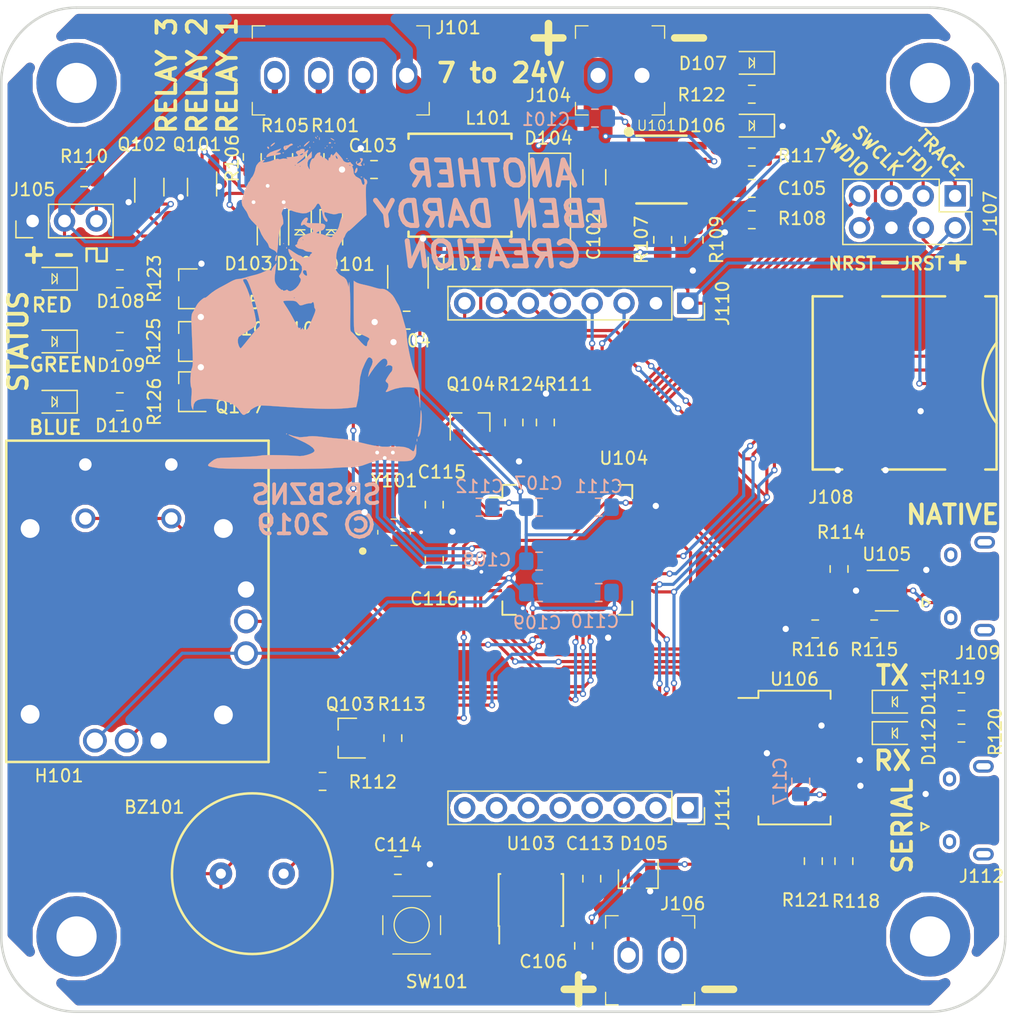
<source format=kicad_pcb>
(kicad_pcb (version 20171130) (host pcbnew "(5.0.0)")
  (title_block (title "Reflow Oven") (date 2019-06-17) (rev A) (company Eden))
  (layers (0 F.Cu signal) (31 B.Cu signal) (34 B.Paste user) (35 F.Paste user) (36 B.SilkS user) (37 F.SilkS user) (38 B.Mask user) (39 F.Mask user) (44 Edge.Cuts user))
  (net 0 "")
  (net 1 "Net-(BZ101-Pad2)")
  (net 2 +5V)
  (net 3 "Net-(C101-Pad2)")
  (net 4 "Net-(C101-Pad1)")
  (net 5 "Net-(C102-Pad1)")
  (net 6 GND)
  (net 7 +3V3)
  (net 8 "Net-(C105-Pad1)")
  (net 9 "Net-(C105-Pad2)")
  (net 10 "Net-(C113-Pad2)")
  (net 11 "Net-(C113-Pad1)")
  (net 12 /NRST)
  (net 13 "Net-(C115-Pad1)")
  (net 14 "Net-(C116-Pad2)")
  (net 15 "Net-(C117-Pad2)")
  (net 16 "Net-(D101-Pad1)")
  (net 17 "Net-(D102-Pad1)")
  (net 18 "Net-(D103-Pad1)")
  (net 19 "Net-(D106-Pad2)")
  (net 20 "Net-(D107-Pad2)")
  (net 21 "Net-(D108-Pad1)")
  (net 22 "Net-(D109-Pad1)")
  (net 23 "Net-(D110-Pad1)")
  (net 24 "Net-(D111-Pad2)")
  (net 25 "Net-(D111-Pad1)")
  (net 26 "Net-(D112-Pad1)")
  (net 27 "Net-(D112-Pad2)")
  (net 28 /JOYSTICK_BTN)
  (net 29 /JOYSTICK_Y)
  (net 30 /JOYSTICK_X)
  (net 31 /RELAY_RET_1)
  (net 32 /RELAY_RET_2)
  (net 33 "Net-(J105-Pad3)")
  (net 34 /JTCK_SWCLK)
  (net 35 /JTMS_SWDIO)
  (net 36 /JTDO_TRACESWO)
  (net 37 /JTDI)
  (net 38 /JTRST)
  (net 39 "Net-(J108-Pad1)")
  (net 40 /~SD_CS)
  (net 41 /LCD_MOSI)
  (net 42 /LCD_SCLK)
  (net 43 /SD_MISO)
  (net 44 "Net-(J108-Pad8)")
  (net 45 "Net-(J109-Pad3)")
  (net 46 "Net-(J109-Pad6)")
  (net 47 "Net-(J109-Pad4)")
  (net 48 "Net-(J109-Pad2)")
  (net 49 VBUS)
  (net 50 /~LCD_CS)
  (net 51 /~LCD_RST)
  (net 52 /LCD_MODE)
  (net 53 "Net-(J110-Pad8)")
  (net 54 "Net-(J111-Pad8)")
  (net 55 "Net-(J111-Pad7)")
  (net 56 "Net-(J111-Pad6)")
  (net 57 "Net-(J111-Pad5)")
  (net 58 "Net-(J111-Pad4)")
  (net 59 "Net-(J111-Pad3)")
  (net 60 "Net-(J111-Pad2)")
  (net 61 "Net-(J111-Pad1)")
  (net 62 "Net-(J112-Pad1)")
  (net 63 "Net-(J112-Pad2)")
  (net 64 "Net-(J112-Pad4)")
  (net 65 "Net-(J112-Pad6)")
  (net 66 "Net-(J112-Pad3)")
  (net 67 /RELAY_2)
  (net 68 /RELAY_1)
  (net 69 /RELAY_3)
  (net 70 /SERVO)
  (net 71 "Net-(Q103-Pad1)")
  (net 72 "Net-(Q104-Pad2)")
  (net 73 /LCD_LED)
  (net 74 /LED_1)
  (net 75 "Net-(Q105-Pad3)")
  (net 76 "Net-(Q106-Pad3)")
  (net 77 /LED_2)
  (net 78 /LED_3)
  (net 79 "Net-(Q107-Pad3)")
  (net 80 "Net-(R107-Pad2)")
  (net 81 "Net-(R111-Pad1)")
  (net 82 /BUZZER)
  (net 83 /USB_VBUS_SENSE)
  (net 84 "Net-(R118-Pad2)")
  (net 85 "Net-(U102-Pad4)")
  (net 86 /~TC_CS)
  (net 87 "Net-(U104-Pad11)")
  (net 88 /FTDI_RTS)
  (net 89 /FTDI_CTS)
  (net 90 /FTDI_RX)
  (net 91 /FTDI_TX)
  (net 92 "Net-(U104-Pad20)")
  (net 93 "Net-(U104-Pad23)")
  (net 94 "Net-(U104-Pad24)")
  (net 95 "Net-(U104-Pad25)")
  (net 96 "Net-(U104-Pad38)")
  (net 97 "Net-(U104-Pad39)")
  (net 98 "Net-(U104-Pad40)")
  (net 99 "Net-(U104-Pad41)")
  (net 100 "Net-(U104-Pad42)")
  (net 101 "Net-(U104-Pad51)")
  (net 102 "Net-(U104-Pad52)")
  (net 103 "Net-(U104-Pad53)")
  (net 104 "Net-(U104-Pad54)")
  (net 105 "Net-(U104-Pad57)")
  (net 106 "Net-(U106-Pad2)")
  (net 107 "Net-(U106-Pad6)")
  (net 108 "Net-(U106-Pad9)")
  (net 109 "Net-(U106-Pad10)")
  (net 110 "Net-(U106-Pad12)")
  (net 111 "Net-(U106-Pad13)")
  (net 112 "Net-(U106-Pad14)")
  (net 113 "Net-(U106-Pad27)")
  (net 114 "Net-(U106-Pad28)")
  (net 115 "Net-(J101-Pad4)")
  (net 116 "Net-(U104-Pad29)")
  (net 117 "Net-(U104-Pad30)")
  (net 118 /USB_D+)
  (net 119 /USB_D-)
  (net 120 "Net-(D103-Pad2)")
  (net 121 "Net-(D101-Pad2)")
  (net 122 "Net-(D102-Pad2)")
  (module Connector_PinSocket_2.54mm:PinSocket_1x08_P2.54mm_Vertical (layer F.Cu) (at 92.7 101.75 270)
    (fp_text reference J111 (at 0 -2.77 270) (layer F.SilkS))
    (fp_text value "LCD 10168")
    (pad 8 thru_hole oval (at 0 17.78 270) (size 1.7 1.7) (drill 1) (layers *.Cu *.Mask) (net 54 "Net-(J111-Pad8)"))
    (pad 7 thru_hole oval (at 0 15.24 270) (size 1.7 1.7) (drill 1) (layers *.Cu *.Mask) (net 55 "Net-(J111-Pad7)"))
    (pad 6 thru_hole oval (at 0 12.7 270) (size 1.7 1.7) (drill 1) (layers *.Cu *.Mask) (net 56 "Net-(J111-Pad6)"))
    (pad 5 thru_hole oval (at 0 10.16 270) (size 1.7 1.7) (drill 1) (layers *.Cu *.Mask) (net 57 "Net-(J111-Pad5)"))
    (pad 4 thru_hole oval (at 0 7.62 270) (size 1.7 1.7) (drill 1) (layers *.Cu *.Mask) (net 58 "Net-(J111-Pad4)"))
    (pad 3 thru_hole oval (at 0 5.08 270) (size 1.7 1.7) (drill 1) (layers *.Cu *.Mask) (net 59 "Net-(J111-Pad3)"))
    (pad 2 thru_hole oval (at 0 2.54 270) (size 1.7 1.7) (drill 1) (layers *.Cu *.Mask) (net 60 "Net-(J111-Pad2)"))
    (pad 1 thru_hole rect (at 0 0 270) (size 1.7 1.7) (drill 1) (layers *.Cu *.Mask) (net 61 "Net-(J111-Pad1)"))
  )
  (module Connector_PinSocket_2.54mm:PinSocket_1x08_P2.54mm_Vertical (layer F.Cu) (at 92.7 61.55 270)
    (fp_text reference J110 (at 0 -2.77 270) (layer F.SilkS))
    (fp_text value "LCD 10168")
    (pad 1 thru_hole rect (at 0 0 270) (size 1.7 1.7) (drill 1) (layers *.Cu *.Mask) (net 7 +3V3))
    (pad 2 thru_hole oval (at 0 2.54 270) (size 1.7 1.7) (drill 1) (layers *.Cu *.Mask) (net 6 GND))
    (pad 3 thru_hole oval (at 0 5.08 270) (size 1.7 1.7) (drill 1) (layers *.Cu *.Mask) (net 50 /~LCD_CS))
    (pad 4 thru_hole oval (at 0 7.62 270) (size 1.7 1.7) (drill 1) (layers *.Cu *.Mask) (net 51 /~LCD_RST))
    (pad 5 thru_hole oval (at 0 10.16 270) (size 1.7 1.7) (drill 1) (layers *.Cu *.Mask) (net 52 /LCD_MODE))
    (pad 6 thru_hole oval (at 0 12.7 270) (size 1.7 1.7) (drill 1) (layers *.Cu *.Mask) (net 41 /LCD_MOSI))
    (pad 7 thru_hole oval (at 0 15.24 270) (size 1.7 1.7) (drill 1) (layers *.Cu *.Mask) (net 42 /LCD_SCLK))
    (pad 8 thru_hole oval (at 0 17.78 270) (size 1.7 1.7) (drill 1) (layers *.Cu *.Mask) (net 53 "Net-(J110-Pad8)"))
  )
  (module MountingHole:MountingHole_3.2mm_M3_Pad (layer F.Cu) (at 112 112)
    (fp_text reference MH104 hide)
    (fp_text value MountingHole hide)
    (pad 1 thru_hole circle (at 0 0) (size 6.4 6.4) (drill 3.2) (layers *.Cu *.Mask))
  )
  (module MountingHole:MountingHole_3.2mm_M3_Pad (layer F.Cu) (at 112 44)
    (fp_text reference MH101 hide)
    (fp_text value MountingHole hide)
    (pad 1 thru_hole circle (at 0 0) (size 6.4 6.4) (drill 3.2) (layers *.Cu *.Mask))
  )
  (module MountingHole:MountingHole_3.2mm_M3_Pad (layer F.Cu) (at 44 112)
    (fp_text reference MH103 hide)
    (fp_text value MountingHole hide)
    (pad 1 thru_hole circle (at 0 0) (size 6.4 6.4) (drill 3.2) (layers *.Cu *.Mask))
  )
  (module MountingHole:MountingHole_3.2mm_M3_Pad (layer F.Cu) (at 44 44)
    (fp_text reference MH102 hide)
    (fp_text value MountingHole hide)
    (pad 1 thru_hole circle (at 0 0) (size 6.4 6.4) (drill 3.2) (layers *.Cu *.Mask))
  )
  (module my-library:USB_Micro-B_Amphenol_10118194-0X0XLF (layer F.Cu) (at 116.25 101.95 90)
    (fp_text reference J112 (at -5.25 -0.15 180) (layer F.SilkS))
    (fp_text value "USB Serial" hide)
    (pad 1 smd rect (at -1.3 -3 90) (size 0.4 2) (layers F.Cu F.Paste F.Mask) (net 62 "Net-(J112-Pad1)"))
    (pad 2 smd rect (at -0.65 -3 90) (size 0.4 2) (layers F.Cu F.Paste F.Mask) (net 63 "Net-(J112-Pad2)"))
    (pad 5 smd rect (at 1.3 -3 90) (size 0.4 2) (layers F.Cu F.Paste F.Mask) (net 6 GND))
    (pad 4 smd rect (at 0.65 -3 90) (size 0.4 2) (layers F.Cu F.Paste F.Mask) (net 64 "Net-(J112-Pad4)"))
    (pad 6 thru_hole oval (at -2.5 -2.7 90) (size 1.2 1.05) (drill oval 0.7 0.55) (layers *.Cu *.Mask) (net 65 "Net-(J112-Pad6)"))
    (pad 6 thru_hole oval (at 2.5 -2.7 90) (size 1.2 1.05) (drill oval 0.7 0.55) (layers *.Cu *.Mask) (net 65 "Net-(J112-Pad6)"))
    (pad 6 thru_hole oval (at -3.5 0 90) (size 1 1.65) (drill oval 0.5 1.15) (layers *.Cu *.Mask) (net 65 "Net-(J112-Pad6)"))
    (pad 6 thru_hole oval (at 3.5 0 90) (size 1 1.65) (drill oval 0.5 1.15) (layers *.Cu *.Mask) (net 65 "Net-(J112-Pad6)"))
    (pad 3 smd rect (at 0 -3 90) (size 0.4 2) (layers F.Cu F.Paste F.Mask) (net 66 "Net-(J112-Pad3)"))
  )
  (module Connector_PinHeader_2.54mm:PinHeader_2x04_P2.54mm_Vertical (layer F.Cu) (at 114 53 270)
    (fp_text reference J107 (at 1.4 -2.8 90) (layer F.SilkS))
    (fp_text value "JTAG, SWD" hide)
    (pad 1 thru_hole rect (at 0 0 270) (size 1.7 1.7) (drill 1) (layers *.Cu *.Mask) (net 36 /JTDO_TRACESWO))
    (pad 2 thru_hole oval (at 2.54 0 270) (size 1.7 1.7) (drill 1) (layers *.Cu *.Mask) (net 7 +3V3))
    (pad 3 thru_hole oval (at 0 2.54 270) (size 1.7 1.7) (drill 1) (layers *.Cu *.Mask) (net 37 /JTDI))
    (pad 4 thru_hole oval (at 2.54 2.54 270) (size 1.7 1.7) (drill 1) (layers *.Cu *.Mask) (net 38 /JTRST))
    (pad 5 thru_hole oval (at 0 5.08 270) (size 1.7 1.7) (drill 1) (layers *.Cu *.Mask) (net 34 /JTCK_SWCLK))
    (pad 6 thru_hole oval (at 2.54 5.08 270) (size 1.7 1.7) (drill 1) (layers *.Cu *.Mask) (net 6 GND))
    (pad 7 thru_hole oval (at 0 7.62 270) (size 1.7 1.7) (drill 1) (layers *.Cu *.Mask) (net 35 /JTMS_SWDIO))
    (pad 8 thru_hole oval (at 2.54 7.62 270) (size 1.7 1.7) (drill 1) (layers *.Cu *.Mask) (net 12 /NRST))
  )
  (module my-library:USB_Micro-B_Amphenol_10118194-0X0XLF (layer F.Cu) (at 116.35 84.1 90)
    (fp_text reference J109 (at -5.3 -0.55 180) (layer F.SilkS))
    (fp_text value "USB Native" hide)
    (pad 3 smd rect (at 0 -3 90) (size 0.4 2) (layers F.Cu F.Paste F.Mask) (net 45 "Net-(J109-Pad3)"))
    (pad 6 thru_hole oval (at 3.5 0 90) (size 1 1.65) (drill oval 0.5 1.15) (layers *.Cu *.Mask) (net 46 "Net-(J109-Pad6)"))
    (pad 6 thru_hole oval (at -3.5 0 90) (size 1 1.65) (drill oval 0.5 1.15) (layers *.Cu *.Mask) (net 46 "Net-(J109-Pad6)"))
    (pad 6 thru_hole oval (at 2.5 -2.7 90) (size 1.2 1.05) (drill oval 0.7 0.55) (layers *.Cu *.Mask) (net 46 "Net-(J109-Pad6)"))
    (pad 6 thru_hole oval (at -2.5 -2.7 90) (size 1.2 1.05) (drill oval 0.7 0.55) (layers *.Cu *.Mask) (net 46 "Net-(J109-Pad6)"))
    (pad 4 smd rect (at 0.65 -3 90) (size 0.4 2) (layers F.Cu F.Paste F.Mask) (net 47 "Net-(J109-Pad4)"))
    (pad 5 smd rect (at 1.3 -3 90) (size 0.4 2) (layers F.Cu F.Paste F.Mask) (net 6 GND))
    (pad 2 smd rect (at -0.65 -3 90) (size 0.4 2) (layers F.Cu F.Paste F.Mask) (net 48 "Net-(J109-Pad2)"))
    (pad 1 smd rect (at -1.3 -3 90) (size 0.4 2) (layers F.Cu F.Paste F.Mask) (net 49 VBUS))
  )
  (module Package_TO_SOT_SMD:SOT-23-6 (layer F.Cu) (at 108.55 84.45)
    (fp_text reference U105 (at 0 -2.9) (layer F.SilkS))
    (fp_text value USBLC6-2SC6 hide)
    (pad 1 smd rect (at -1.1 -0.95) (size 1.06 0.65) (layers F.Cu F.Paste F.Mask) (net 118 /USB_D+))
    (pad 2 smd rect (at -1.1 0) (size 1.06 0.65) (layers F.Cu F.Paste F.Mask) (net 6 GND))
    (pad 3 smd rect (at -1.1 0.95) (size 1.06 0.65) (layers F.Cu F.Paste F.Mask) (net 119 /USB_D-))
    (pad 4 smd rect (at 1.1 0.95) (size 1.06 0.65) (layers F.Cu F.Paste F.Mask) (net 48 "Net-(J109-Pad2)"))
    (pad 6 smd rect (at 1.1 -0.95) (size 1.06 0.65) (layers F.Cu F.Paste F.Mask) (net 45 "Net-(J109-Pad3)"))
    (pad 5 smd rect (at 1.1 0) (size 1.06 0.65) (layers F.Cu F.Paste F.Mask) (net 49 VBUS))
  )
  (module my-library:Connector_Pheonix_WTB_Screw_3.5mm_2X1 (layer F.Cu) (at 87.3 43.4 180)
    (fp_text reference J104 (at 5.7 -1.6 180) (layer F.SilkS))
    (fp_text value "Power In" hide)
    (pad 1 thru_hole oval (at -1.75 0 180) (size 1.7 2.3) (drill 1.2) (layers *.Cu *.Mask) (net 6 GND))
    (pad 2 thru_hole oval (at 1.75 0 180) (size 1.7 2.3) (drill 1.2) (layers *.Cu *.Mask) (net 5 "Net-(C102-Pad1)"))
  )
  (module my-library:Connector_Pheonix_WTB_Screw_3.5mm_2X1 (layer F.Cu) (at 89.7 113.5)
    (fp_text reference J106 (at 2.6 -4.1) (layer F.SilkS))
    (fp_text value Thermocouple hide)
    (pad 1 thru_hole oval (at -1.75 0) (size 1.7 2.3) (drill 1.2) (layers *.Cu *.Mask) (net 11 "Net-(C113-Pad1)"))
    (pad 2 thru_hole oval (at 1.75 0) (size 1.7 2.3) (drill 1.2) (layers *.Cu *.Mask) (net 10 "Net-(C113-Pad2)"))
  )
  (module my-library:Connector_Pheonix_WTB_Screw_3.5mm_4X1 (layer F.Cu) (at 65.05 43.4 180)
    (fp_text reference J101 (at -9.35 3.8 180) (layer F.SilkS))
    (fp_text value Relays hide)
    (pad 1 thru_hole oval (at -5.25 0 180) (size 1.7 2.3) (drill 1.2) (layers *.Cu *.Mask) (net 2 +5V))
    (pad 2 thru_hole oval (at -1.75 0 180) (size 1.7 2.3) (drill 1.2) (layers *.Cu *.Mask) (net 31 /RELAY_RET_1))
    (pad 3 thru_hole oval (at 1.75 0 180) (size 1.7 2.3) (drill 1.2) (layers *.Cu *.Mask) (net 32 /RELAY_RET_2))
    (pad 4 thru_hole oval (at 5.25 0 180) (size 1.7 2.3) (drill 1.2) (layers *.Cu *.Mask) (net 115 "Net-(J101-Pad4)"))
  )
  (module my-library:PKM13EPYH4000-A0 (layer F.Cu) (at 58 107)
    (fp_text reference BZ101 (at -7.8 -5.3) (layer F.SilkS))
    (fp_text value "Piezo Buzzer" hide)
    (pad 2 thru_hole circle (at 2.5 0) (size 1.8 1.8) (drill 0.8) (layers *.Cu *.Mask) (net 1 "Net-(BZ101-Pad2)"))
    (pad 1 thru_hole circle (at -2.5 0) (size 1.8 1.8) (drill 0.8) (layers *.Cu *.Mask) (net 2 +5V))
  )
  (module Capacitor_SMD:C_0805_2012Metric_Pad1.15x1.40mm_HandSolder (layer B.Cu) (at 85.3 46.8 180)
    (fp_text reference C101 (at 3.9 -0.1 180) (layer B.SilkS) (effects (justify mirror)))
    (fp_text value "10n, 50V")
    (pad 2 smd roundrect (at 1.025 0 180) (size 1.15 1.4) (layers B.Cu B.Paste B.Mask) (roundrect_rratio 0.217391) (net 3 "Net-(C101-Pad2)"))
    (pad 1 smd roundrect (at -1.025 0 180) (size 1.15 1.4) (layers B.Cu B.Paste B.Mask) (roundrect_rratio 0.217391) (net 4 "Net-(C101-Pad1)"))
  )
  (module Capacitor_SMD:C_1206_3216Metric_Pad1.42x1.75mm_HandSolder (layer F.Cu) (at 85.25 51.5125 270)
    (fp_text reference C102 (at 4.6875 0.05 270) (layer F.SilkS))
    (fp_text value "10u, 50V" hide)
    (pad 1 smd roundrect (at -1.4875 0 270) (size 1.425 1.75) (layers F.Cu F.Paste F.Mask) (roundrect_rratio 0.175439) (net 5 "Net-(C102-Pad1)"))
    (pad 2 smd roundrect (at 1.4875 0 270) (size 1.425 1.75) (layers F.Cu F.Paste F.Mask) (roundrect_rratio 0.175439) (net 6 GND))
  )
  (module Capacitor_SMD:C_0805_2012Metric_Pad1.15x1.40mm_HandSolder (layer F.Cu) (at 67.7 50.9 180)
    (fp_text reference C103 (at 0.1 1.9 180) (layer F.SilkS))
    (fp_text value "4u7, 25V" hide)
    (pad 1 smd roundrect (at -1.025 0 180) (size 1.15 1.4) (layers F.Cu F.Paste F.Mask) (roundrect_rratio 0.217391) (net 2 +5V))
    (pad 2 smd roundrect (at 1.025 0 180) (size 1.15 1.4) (layers F.Cu F.Paste F.Mask) (roundrect_rratio 0.217391) (net 6 GND))
  )
  (module Capacitor_SMD:C_0805_2012Metric_Pad1.15x1.40mm_HandSolder (layer F.Cu) (at 70.3 62.9 180)
    (fp_text reference C104 (at 0 -1.65 180) (layer F.SilkS))
    (fp_text value "4u7, 25V" hide)
    (pad 2 smd roundrect (at 1.025 0 180) (size 1.15 1.4) (layers F.Cu F.Paste F.Mask) (roundrect_rratio 0.217391) (net 6 GND))
    (pad 1 smd roundrect (at -1.025 0 180) (size 1.15 1.4) (layers F.Cu F.Paste F.Mask) (roundrect_rratio 0.217391) (net 7 +3V3))
  )
  (module Capacitor_SMD:C_0805_2012Metric_Pad1.15x1.40mm_HandSolder (layer F.Cu) (at 97.8 52.4)
    (fp_text reference C105 (at 4 0) (layer F.SilkS))
    (fp_text value "2n2, 50V" hide)
    (pad 1 smd roundrect (at -1.025 0) (size 1.15 1.4) (layers F.Cu F.Paste F.Mask) (roundrect_rratio 0.217391) (net 8 "Net-(C105-Pad1)"))
    (pad 2 smd roundrect (at 1.025 0) (size 1.15 1.4) (layers F.Cu F.Paste F.Mask) (roundrect_rratio 0.217391) (net 9 "Net-(C105-Pad2)"))
  )
  (module Capacitor_SMD:C_0805_2012Metric_Pad1.15x1.40mm_HandSolder (layer F.Cu) (at 84.4 112.75 270)
    (fp_text reference C106 (at 1.25 3.2) (layer F.SilkS))
    (fp_text value 100n hide)
    (pad 1 smd roundrect (at -1.025 0 270) (size 1.15 1.4) (layers F.Cu F.Paste F.Mask) (roundrect_rratio 0.217391) (net 7 +3V3))
    (pad 2 smd roundrect (at 1.025 0 270) (size 1.15 1.4) (layers F.Cu F.Paste F.Mask) (roundrect_rratio 0.217391) (net 6 GND))
  )
  (module Capacitor_SMD:C_0805_2012Metric_Pad1.15x1.40mm_HandSolder (layer B.Cu) (at 80.85 77.8)
    (fp_text reference C107 (at -0.05 -1.9) (layer B.SilkS) (effects (justify mirror)))
    (fp_text value 100n)
    (pad 2 smd roundrect (at 1.025 0) (size 1.15 1.4) (layers B.Cu B.Paste B.Mask) (roundrect_rratio 0.217391) (net 6 GND))
    (pad 1 smd roundrect (at -1.025 0) (size 1.15 1.4) (layers B.Cu B.Paste B.Mask) (roundrect_rratio 0.217391) (net 7 +3V3))
  )
  (module Capacitor_SMD:C_0805_2012Metric_Pad1.15x1.40mm_HandSolder (layer B.Cu) (at 80.85 82.1)
    (fp_text reference C108 (at -4.15 -0.1) (layer B.SilkS) (effects (justify mirror)))
    (fp_text value 100n)
    (pad 1 smd roundrect (at -1.025 0) (size 1.15 1.4) (layers B.Cu B.Paste B.Mask) (roundrect_rratio 0.217391) (net 7 +3V3))
    (pad 2 smd roundrect (at 1.025 0) (size 1.15 1.4) (layers B.Cu B.Paste B.Mask) (roundrect_rratio 0.217391) (net 6 GND))
  )
  (module Capacitor_SMD:C_0805_2012Metric_Pad1.15x1.40mm_HandSolder (layer B.Cu) (at 80.85 84.6)
    (fp_text reference C109 (at -0.15 2.4) (layer B.SilkS) (effects (justify mirror)))
    (fp_text value 100n)
    (pad 2 smd roundrect (at 1.025 0) (size 1.15 1.4) (layers B.Cu B.Paste B.Mask) (roundrect_rratio 0.217391) (net 6 GND))
    (pad 1 smd roundrect (at -1.025 0) (size 1.15 1.4) (layers B.Cu B.Paste B.Mask) (roundrect_rratio 0.217391) (net 7 +3V3))
  )
  (module Capacitor_SMD:C_0805_2012Metric_Pad1.15x1.40mm_HandSolder (layer B.Cu) (at 85.6 84.6 180)
    (fp_text reference C110 (at 0.3 -2.3 180) (layer B.SilkS) (effects (justify mirror)))
    (fp_text value 100n)
    (pad 1 smd roundrect (at -1.025 0 180) (size 1.15 1.4) (layers B.Cu B.Paste B.Mask) (roundrect_rratio 0.217391) (net 7 +3V3))
    (pad 2 smd roundrect (at 1.025 0 180) (size 1.15 1.4) (layers B.Cu B.Paste B.Mask) (roundrect_rratio 0.217391) (net 6 GND))
  )
  (module Capacitor_SMD:C_0805_2012Metric_Pad1.15x1.40mm_HandSolder (layer B.Cu) (at 85.6 77.8 180)
    (fp_text reference C111 (at 0 1.65 180) (layer B.SilkS) (effects (justify mirror)))
    (fp_text value 100n)
    (pad 1 smd roundrect (at -1.025 0 180) (size 1.15 1.4) (layers B.Cu B.Paste B.Mask) (roundrect_rratio 0.217391) (net 7 +3V3))
    (pad 2 smd roundrect (at 1.025 0 180) (size 1.15 1.4) (layers B.Cu B.Paste B.Mask) (roundrect_rratio 0.217391) (net 6 GND))
  )
  (module Capacitor_SMD:C_0805_2012Metric_Pad1.15x1.40mm_HandSolder (layer B.Cu) (at 76.1 77.8 180)
    (fp_text reference C112 (at 0 1.65 180) (layer B.SilkS) (effects (justify mirror)))
    (fp_text value 100n)
    (pad 2 smd roundrect (at 1.025 0 180) (size 1.15 1.4) (layers B.Cu B.Paste B.Mask) (roundrect_rratio 0.217391) (net 6 GND))
    (pad 1 smd roundrect (at -1.025 0 180) (size 1.15 1.4) (layers B.Cu B.Paste B.Mask) (roundrect_rratio 0.217391) (net 7 +3V3))
  )
  (module Capacitor_SMD:C_0805_2012Metric_Pad1.15x1.40mm_HandSolder (layer F.Cu) (at 85.05 107.4 90)
    (fp_text reference C113 (at 2.8 -0.15 180) (layer F.SilkS))
    (fp_text value "10n, 50V" hide)
    (pad 2 smd roundrect (at 1.025 0 90) (size 1.15 1.4) (layers F.Cu F.Paste F.Mask) (roundrect_rratio 0.217391) (net 10 "Net-(C113-Pad2)"))
    (pad 1 smd roundrect (at -1.025 0 90) (size 1.15 1.4) (layers F.Cu F.Paste F.Mask) (roundrect_rratio 0.217391) (net 11 "Net-(C113-Pad1)"))
  )
  (module Capacitor_SMD:C_0805_2012Metric_Pad1.15x1.40mm_HandSolder (layer F.Cu) (at 69.6 106.35)
    (fp_text reference C114 (at 0 -1.65) (layer F.SilkS))
    (fp_text value 100n hide)
    (pad 2 smd roundrect (at 1.025 0) (size 1.15 1.4) (layers F.Cu F.Paste F.Mask) (roundrect_rratio 0.217391) (net 6 GND))
    (pad 1 smd roundrect (at -1.025 0) (size 1.15 1.4) (layers F.Cu F.Paste F.Mask) (roundrect_rratio 0.217391) (net 12 /NRST))
  )
  (module Capacitor_SMD:C_0805_2012Metric_Pad1.15x1.40mm_HandSolder (layer F.Cu) (at 72.5 77.6 270)
    (fp_text reference C115 (at -2.6 -0.6) (layer F.SilkS))
    (fp_text value 10p hide)
    (pad 2 smd roundrect (at 1.025 0 270) (size 1.15 1.4) (layers F.Cu F.Paste F.Mask) (roundrect_rratio 0.217391) (net 6 GND))
    (pad 1 smd roundrect (at -1.025 0 270) (size 1.15 1.4) (layers F.Cu F.Paste F.Mask) (roundrect_rratio 0.217391) (net 13 "Net-(C115-Pad1)"))
  )
  (module Capacitor_SMD:C_0805_2012Metric_Pad1.15x1.40mm_HandSolder (layer F.Cu) (at 72.5 82 270)
    (fp_text reference C116 (at 3.1 0) (layer F.SilkS))
    (fp_text value 10p hide)
    (pad 1 smd roundrect (at -1.025 0 270) (size 1.15 1.4) (layers F.Cu F.Paste F.Mask) (roundrect_rratio 0.217391) (net 6 GND))
    (pad 2 smd roundrect (at 1.025 0 270) (size 1.15 1.4) (layers F.Cu F.Paste F.Mask) (roundrect_rratio 0.217391) (net 14 "Net-(C116-Pad2)"))
  )
  (module Capacitor_SMD:C_0805_2012Metric_Pad1.15x1.40mm_HandSolder (layer B.Cu) (at 101.7 99.65 270)
    (fp_text reference C117 (at 0 1.65 270) (layer B.SilkS) (effects (justify mirror)))
    (fp_text value 100n)
    (pad 1 smd roundrect (at -1.025 0 270) (size 1.15 1.4) (layers B.Cu B.Paste B.Mask) (roundrect_rratio 0.217391) (net 6 GND))
    (pad 2 smd roundrect (at 1.025 0 270) (size 1.15 1.4) (layers B.Cu B.Paste B.Mask) (roundrect_rratio 0.217391) (net 15 "Net-(C117-Pad2)"))
  )
  (module LED_SMD:LED_0805_2012Metric_Pad1.15x1.40mm_HandSolder (layer F.Cu) (at 64.3 55.9 270)
    (fp_text reference D101 (at 2.55 -1.55) (layer F.SilkS))
    (fp_text value "LED Red" hide)
    (pad 2 smd roundrect (at 1.1 0 270) (size 1.2 1.4) (layers F.Cu F.Paste F.Mask) (roundrect_rratio 0.217) (net 121 "Net-(D101-Pad2)"))
    (pad 1 smd roundrect (at -1.1 0 270) (size 1.2 1.4) (layers F.Cu F.Paste F.Mask) (roundrect_rratio 0.217) (net 16 "Net-(D101-Pad1)"))
  )
  (module LED_SMD:LED_0805_2012Metric_Pad1.15x1.40mm_HandSolder (layer F.Cu) (at 61.8 55.9 270)
    (fp_text reference D102 (at 2.5 0) (layer F.SilkS))
    (fp_text value "LED Red" hide)
    (pad 1 smd roundrect (at -1.1 0 270) (size 1.2 1.4) (layers F.Cu F.Paste F.Mask) (roundrect_rratio 0.217) (net 17 "Net-(D102-Pad1)"))
    (pad 2 smd roundrect (at 1.1 0 270) (size 1.2 1.4) (layers F.Cu F.Paste F.Mask) (roundrect_rratio 0.217) (net 122 "Net-(D102-Pad2)"))
  )
  (module LED_SMD:LED_0805_2012Metric_Pad1.15x1.40mm_HandSolder (layer F.Cu) (at 59.3 55.9 270)
    (fp_text reference D103 (at 2.5 1.6) (layer F.SilkS))
    (fp_text value "LED Red" hide)
    (pad 2 smd roundrect (at 1.1 0 270) (size 1.2 1.4) (layers F.Cu F.Paste F.Mask) (roundrect_rratio 0.217) (net 120 "Net-(D103-Pad2)"))
    (pad 1 smd roundrect (at -1.1 0 270) (size 1.2 1.4) (layers F.Cu F.Paste F.Mask) (roundrect_rratio 0.217) (net 18 "Net-(D103-Pad1)"))
  )
  (module Diode_SMD:D_SMA_Handsoldering (layer F.Cu) (at 81.7 54 270)
    (fp_text reference D104 (at -5.6 0.1 180) (layer F.SilkS))
    (fp_text value "Schottky, 40V, 3A" hide)
    (pad 1 smd rect (at -2.5 0 270) (size 3.5 1.8) (layers F.Cu F.Paste F.Mask) (net 3 "Net-(C101-Pad2)"))
    (pad 2 smd rect (at 2.5 0 270) (size 3.5 1.8) (layers F.Cu F.Paste F.Mask) (net 6 GND))
  )
  (module Package_TO_SOT_SMD:SOT-23 (layer F.Cu) (at 88.75 107.4 270)
    (fp_text reference D105 (at -2.8 -0.45) (layer F.SilkS))
    (fp_text value NUP2105L hide)
    (pad 1 smd rect (at -1 -0.95 270) (size 0.9 0.8) (layers F.Cu F.Paste F.Mask) (net 10 "Net-(C113-Pad2)"))
    (pad 2 smd rect (at -1 0.95 270) (size 0.9 0.8) (layers F.Cu F.Paste F.Mask) (net 11 "Net-(C113-Pad1)"))
    (pad 3 smd rect (at 1 0 270) (size 0.9 0.8) (layers F.Cu F.Paste F.Mask) (net 6 GND))
  )
  (module LED_SMD:LED_0805_2012Metric_Pad1.15x1.40mm_HandSolder (layer F.Cu) (at 97.8 47.4 180)
    (fp_text reference D106 (at 4 0 180) (layer F.SilkS))
    (fp_text value "LED Red" hide)
    (pad 2 smd roundrect (at 1.1 0 180) (size 1.2 1.4) (layers F.Cu F.Paste F.Mask) (roundrect_rratio 0.217) (net 19 "Net-(D106-Pad2)"))
    (pad 1 smd roundrect (at -1.1 0 180) (size 1.2 1.4) (layers F.Cu F.Paste F.Mask) (roundrect_rratio 0.217) (net 6 GND))
  )
  (module LED_SMD:LED_0805_2012Metric_Pad1.15x1.40mm_HandSolder (layer F.Cu) (at 97.8 42.4 180)
    (fp_text reference D107 (at 3.9 -0.05 180) (layer F.SilkS))
    (fp_text value "LED Red" hide)
    (pad 1 smd roundrect (at -1.1 0 180) (size 1.2 1.4) (layers F.Cu F.Paste F.Mask) (roundrect_rratio 0.217) (net 6 GND))
    (pad 2 smd roundrect (at 1.1 0 180) (size 1.2 1.4) (layers F.Cu F.Paste F.Mask) (roundrect_rratio 0.217) (net 20 "Net-(D107-Pad2)"))
  )
  (module LED_SMD:LED_0805_2012Metric_Pad1.15x1.40mm_HandSolder (layer F.Cu) (at 42.25 59.6 180)
    (fp_text reference D108 (at -5.25 -1.8) (layer F.SilkS))
    (fp_text value "LED Red" hide)
    (pad 1 smd roundrect (at -1.1 0 180) (size 1.2 1.4) (layers F.Cu F.Paste F.Mask) (roundrect_rratio 0.217) (net 21 "Net-(D108-Pad1)"))
    (pad 2 smd roundrect (at 1.1 0 180) (size 1.2 1.4) (layers F.Cu F.Paste F.Mask) (roundrect_rratio 0.217) (net 2 +5V))
  )
  (module LED_SMD:LED_0805_2012Metric_Pad1.15x1.40mm_HandSolder (layer F.Cu) (at 42.25 64.6 180)
    (fp_text reference D109 (at -5.3 -1.9 180) (layer F.SilkS))
    (fp_text value "LED Green" hide)
    (pad 2 smd roundrect (at 1.1 0 180) (size 1.2 1.4) (layers F.Cu F.Paste F.Mask) (roundrect_rratio 0.217) (net 2 +5V))
    (pad 1 smd roundrect (at -1.1 0 180) (size 1.2 1.4) (layers F.Cu F.Paste F.Mask) (roundrect_rratio 0.217) (net 22 "Net-(D109-Pad1)"))
  )
  (module LED_SMD:LED_0805_2012Metric_Pad1.15x1.40mm_HandSolder (layer F.Cu) (at 42.25 69.4 180)
    (fp_text reference D110 (at -5.15 -1.9) (layer F.SilkS))
    (fp_text value "LED Blue" hide)
    (pad 1 smd roundrect (at -1.1 0 180) (size 1.2 1.4) (layers F.Cu F.Paste F.Mask) (roundrect_rratio 0.217) (net 23 "Net-(D110-Pad1)"))
    (pad 2 smd roundrect (at 1.1 0 180) (size 1.2 1.4) (layers F.Cu F.Paste F.Mask) (roundrect_rratio 0.217) (net 2 +5V))
  )
  (module LED_SMD:LED_0805_2012Metric_Pad1.15x1.40mm_HandSolder (layer F.Cu) (at 109.2 93.3)
    (fp_text reference D111 (at 2.7 -0.8 90) (layer F.SilkS))
    (fp_text value "LED Green" hide)
    (pad 2 smd roundrect (at 1.1 0) (size 1.2 1.4) (layers F.Cu F.Paste F.Mask) (roundrect_rratio 0.217) (net 24 "Net-(D111-Pad2)"))
    (pad 1 smd roundrect (at -1.1 0) (size 1.2 1.4) (layers F.Cu F.Paste F.Mask) (roundrect_rratio 0.217) (net 25 "Net-(D111-Pad1)"))
  )
  (module LED_SMD:LED_0805_2012Metric_Pad1.15x1.40mm_HandSolder (layer F.Cu) (at 109.2 95.8)
    (fp_text reference D112 (at 2.7 0.7 90) (layer F.SilkS))
    (fp_text value "LED Blue" hide)
    (pad 1 smd roundrect (at -1.1 0) (size 1.2 1.4) (layers F.Cu F.Paste F.Mask) (roundrect_rratio 0.217) (net 26 "Net-(D112-Pad1)"))
    (pad 2 smd roundrect (at 1.1 0) (size 1.2 1.4) (layers F.Cu F.Paste F.Mask) (roundrect_rratio 0.217) (net 27 "Net-(D112-Pad2)"))
  )
  (module my-library:COM-09032 (layer F.Cu) (at 48 86.9 180)
    (fp_text reference H101 (at 5.4 -12.3 180) (layer F.SilkS))
    (fp_text value Joystick)
    (pad 4 thru_hole circle (at -9.5 -2.54 180) (size 1.9 1.9) (drill 1.3) (layers *.Cu *.Mask) (net 7 +3V3))
    (pad 9 thru_hole circle (at -7.7 -7.45 180) (size 2.1 2.1) (drill 1.5) (layers *.Cu *.Mask) (net 6 GND))
    (pad 7 thru_hole circle (at -3.55 8.2 180) (size 1.6 1.6) (drill 1) (layers *.Cu *.Mask) (net 28 /JOYSTICK_BTN))
    (pad 7 thru_hole circle (at 3.3 8.2 180) (size 1.6 1.6) (drill 1) (layers *.Cu *.Mask) (net 28 /JOYSTICK_BTN))
    (pad 8 thru_hole circle (at 3.3 12.5 180) (size 1.6 1.6) (drill 1) (layers *.Cu *.Mask) (net 6 GND))
    (pad 8 thru_hole circle (at -3.55 12.5 180) (size 1.6 1.6) (drill 1) (layers *.Cu *.Mask) (net 6 GND))
    (pad 5 thru_hole circle (at -9.5 0 180) (size 1.9 1.9) (drill 1.3) (layers *.Cu *.Mask) (net 29 /JOYSTICK_Y))
    (pad 6 thru_hole circle (at -9.5 2.54 180) (size 1.9 1.9) (drill 1.3) (layers *.Cu *.Mask) (net 6 GND))
    (pad 2 thru_hole circle (at 0 -9.5 180) (size 1.9 1.9) (drill 1.3) (layers *.Cu *.Mask) (net 30 /JOYSTICK_X))
    (pad 3 thru_hole circle (at -2.54 -9.5 180) (size 1.9 1.9) (drill 1.3) (layers *.Cu *.Mask) (net 6 GND))
    (pad 1 thru_hole circle (at 2.54 -9.5 180) (size 1.9 1.9) (drill 1.3) (layers *.Cu *.Mask) (net 7 +3V3))
    (pad 9 thru_hole circle (at 7.7 -7.4 180) (size 2.1 2.1) (drill 1.5) (layers *.Cu *.Mask) (net 6 GND))
    (pad 9 thru_hole circle (at 7.7 7.4 180) (size 2.1 2.1) (drill 1.5) (layers *.Cu *.Mask) (net 6 GND))
    (pad 9 thru_hole circle (at -7.7 7.4 180) (size 2.1 2.1) (drill 1.5) (layers *.Cu *.Mask) (net 6 GND))
  )
  (module Connector_PinHeader_2.54mm:PinHeader_1x03_P2.54mm_Vertical (layer F.Cu) (at 40.5 55 90)
    (fp_text reference J105 (at 2.5 0 180) (layer F.SilkS))
    (fp_text value Servo hide)
    (pad 1 thru_hole rect (at 0 0 90) (size 1.7 1.7) (drill 1) (layers *.Cu *.Mask) (net 6 GND))
    (pad 2 thru_hole oval (at 0 2.54 90) (size 1.7 1.7) (drill 1) (layers *.Cu *.Mask) (net 2 +5V))
    (pad 3 thru_hole oval (at 0 5.08 90) (size 1.7 1.7) (drill 1) (layers *.Cu *.Mask) (net 33 "Net-(J105-Pad3)"))
  )
  (module my-library:MEM2067-02-180-00-A (layer F.Cu) (at 112.6 67.9 90)
    (fp_text reference J108 (at -9.1 -8.5 180) (layer F.SilkS))
    (fp_text value "Micro SD Card" hide)
    (pad 1 smd rect (at 3.225 0 90) (size 0.8 1.2) (layers F.Cu F.Paste F.Mask) (net 39 "Net-(J108-Pad1)"))
    (pad 2 smd rect (at 2.125 0 90) (size 0.8 1.2) (layers F.Cu F.Paste F.Mask) (net 40 /~SD_CS))
    (pad 3 smd rect (at 1.025 0 90) (size 0.8 1.2) (layers F.Cu F.Paste F.Mask) (net 41 /LCD_MOSI))
    (pad 4 smd rect (at -0.075 0 90) (size 0.8 1.2) (layers F.Cu F.Paste F.Mask) (net 7 +3V3))
    (pad 5 smd rect (at -1.175 0 90) (size 0.8 1.2) (layers F.Cu F.Paste F.Mask) (net 42 /LCD_SCLK))
    (pad 6 smd rect (at -2.275 0 90) (size 0.8 1.2) (layers F.Cu F.Paste F.Mask) (net 6 GND))
    (pad 7 smd rect (at -3.375 0 90) (size 0.8 1.2) (layers F.Cu F.Paste F.Mask) (net 43 /SD_MISO))
    (pad 8 smd rect (at -4.475 0 90) (size 0.8 1.2) (layers F.Cu F.Paste F.Mask) (net 44 "Net-(J108-Pad8)"))
    (pad 9 smd rect (at 6.945 2.2 90) (size 1.5 2) (layers F.Cu F.Paste F.Mask) (net 6 GND))
    (pad 9 smd rect (at 6.945 -6 90) (size 1.5 2) (layers F.Cu F.Paste F.Mask) (net 6 GND))
    (pad 9 smd rect (at -6.945 -6 90) (size 1.5 2) (layers F.Cu F.Paste F.Mask) (net 6 GND))
    (pad 9 smd rect (at -6.945 2.2 90) (size 1.5 2) (layers F.Cu F.Paste F.Mask) (net 6 GND))
  )
  (module my-library:SRN8040TA-150M (layer F.Cu) (at 74.55 52.15 270)
    (fp_text reference L101 (at -5.35 -2.25) (layer F.SilkS))
    (fp_text value "15u, 3.6A")
    (pad 1 smd rect (at 0 -2.825 270) (size 6.6 2.85) (layers F.Cu F.Paste F.Mask) (net 3 "Net-(C101-Pad2)"))
    (pad 2 smd rect (at 0 2.825 90) (size 6.6 2.85) (layers F.Cu F.Paste F.Mask) (net 2 +5V))
  )
  (module Package_TO_SOT_SMD:SOT-363_SC-70-6_Handsoldering (layer F.Cu) (at 54 52.3 270)
    (fp_text reference Q101 (at -3.4 0.4) (layer F.SilkS))
    (fp_text value SSM6N7002KFU hide)
    (pad 6 smd rect (at 1.33 -0.65 270) (size 1.5 0.4) (layers F.Cu F.Paste F.Mask) (net 16 "Net-(D101-Pad1)"))
    (pad 5 smd rect (at 1.33 0 270) (size 1.5 0.4) (layers F.Cu F.Paste F.Mask) (net 67 /RELAY_2))
    (pad 4 smd rect (at 1.33 0.65 270) (size 1.5 0.4) (layers F.Cu F.Paste F.Mask) (net 6 GND))
    (pad 3 smd rect (at -1.33 0.65 270) (size 1.5 0.4) (layers F.Cu F.Paste F.Mask) (net 17 "Net-(D102-Pad1)"))
    (pad 2 smd rect (at -1.33 0 270) (size 1.5 0.4) (layers F.Cu F.Paste F.Mask) (net 68 /RELAY_1))
    (pad 1 smd rect (at -1.33 -0.65 270) (size 1.5 0.4) (layers F.Cu F.Paste F.Mask) (net 6 GND))
  )
  (module Package_TO_SOT_SMD:SOT-363_SC-70-6_Handsoldering (layer F.Cu) (at 49.8 52.3 90)
    (fp_text reference Q102 (at 3.4 -0.6 180) (layer F.SilkS))
    (fp_text value SSM6N7002KFU hide)
    (pad 1 smd rect (at -1.33 -0.65 90) (size 1.5 0.4) (layers F.Cu F.Paste F.Mask) (net 6 GND))
    (pad 2 smd rect (at -1.33 0 90) (size 1.5 0.4) (layers F.Cu F.Paste F.Mask) (net 69 /RELAY_3))
    (pad 3 smd rect (at -1.33 0.65 90) (size 1.5 0.4) (layers F.Cu F.Paste F.Mask) (net 2 +5V))
    (pad 4 smd rect (at 1.33 0.65 90) (size 1.5 0.4) (layers F.Cu F.Paste F.Mask) (net 33 "Net-(J105-Pad3)"))
    (pad 5 smd rect (at 1.33 0 90) (size 1.5 0.4) (layers F.Cu F.Paste F.Mask) (net 70 /SERVO))
    (pad 6 smd rect (at 1.33 -0.65 90) (size 1.5 0.4) (layers F.Cu F.Paste F.Mask) (net 18 "Net-(D103-Pad1)"))
  )
  (module Package_TO_SOT_SMD:SOT-23 (layer F.Cu) (at 65.6 96.2 180)
    (fp_text reference Q103 (at -0.2 2.7 180) (layer F.SilkS))
    (fp_text value MMBT3904 hide)
    (pad 3 smd rect (at 1 0 180) (size 0.9 0.8) (layers F.Cu F.Paste F.Mask) (net 1 "Net-(BZ101-Pad2)"))
    (pad 2 smd rect (at -1 0.95 180) (size 0.9 0.8) (layers F.Cu F.Paste F.Mask) (net 6 GND))
    (pad 1 smd rect (at -1 -0.95 180) (size 0.9 0.8) (layers F.Cu F.Paste F.Mask) (net 71 "Net-(Q103-Pad1)"))
  )
  (module Package_TO_SOT_SMD:SOT-23 (layer F.Cu) (at 75.35 71.05 90)
    (fp_text reference Q104 (at 3.05 0.05 180) (layer F.SilkS))
    (fp_text value MMBT3904 hide)
    (pad 3 smd rect (at 1 0 90) (size 0.9 0.8) (layers F.Cu F.Paste F.Mask) (net 7 +3V3))
    (pad 2 smd rect (at -1 0.95 90) (size 0.9 0.8) (layers F.Cu F.Paste F.Mask) (net 72 "Net-(Q104-Pad2)"))
    (pad 1 smd rect (at -1 -0.95 90) (size 0.9 0.8) (layers F.Cu F.Paste F.Mask) (net 73 /LCD_LED))
  )
  (module Package_TO_SOT_SMD:SOT-23 (layer F.Cu) (at 52.9 60.4 180)
    (fp_text reference Q105 (at -3.8 -1.1 180) (layer F.SilkS))
    (fp_text value MMBT3904 hide)
    (pad 1 smd rect (at -1 -0.95 180) (size 0.9 0.8) (layers F.Cu F.Paste F.Mask) (net 74 /LED_1))
    (pad 2 smd rect (at -1 0.95 180) (size 0.9 0.8) (layers F.Cu F.Paste F.Mask) (net 6 GND))
    (pad 3 smd rect (at 1 0 180) (size 0.9 0.8) (layers F.Cu F.Paste F.Mask) (net 75 "Net-(Q105-Pad3)"))
  )
  (module Package_TO_SOT_SMD:SOT-23 (layer F.Cu) (at 52.9 64.6 180)
    (fp_text reference Q106 (at -4 -1.1 180) (layer F.SilkS))
    (fp_text value MMBT3904 hide)
    (pad 3 smd rect (at 1 0 180) (size 0.9 0.8) (layers F.Cu F.Paste F.Mask) (net 76 "Net-(Q106-Pad3)"))
    (pad 2 smd rect (at -1 0.95 180) (size 0.9 0.8) (layers F.Cu F.Paste F.Mask) (net 6 GND))
    (pad 1 smd rect (at -1 -0.95 180) (size 0.9 0.8) (layers F.Cu F.Paste F.Mask) (net 77 /LED_2))
  )
  (module Package_TO_SOT_SMD:SOT-23 (layer F.Cu) (at 52.9 68.6 180)
    (fp_text reference Q107 (at -4.1 -1.2 180) (layer F.SilkS))
    (fp_text value MMBT3904 hide)
    (pad 1 smd rect (at -1 -0.95 180) (size 0.9 0.8) (layers F.Cu F.Paste F.Mask) (net 78 /LED_3))
    (pad 2 smd rect (at -1 0.95 180) (size 0.9 0.8) (layers F.Cu F.Paste F.Mask) (net 6 GND))
    (pad 3 smd rect (at 1 0 180) (size 0.9 0.8) (layers F.Cu F.Paste F.Mask) (net 79 "Net-(Q107-Pad3)"))
  )
  (module Resistor_SMD:R_0805_2012Metric_Pad1.15x1.40mm_HandSolder (layer F.Cu) (at 63 49.9 90)
    (fp_text reference R101 (at 2.5 1.6) (layer F.SilkS))
    (fp_text value 270R hide)
    (pad 1 smd roundrect (at -1.025 0 90) (size 1.15 1.4) (layers F.Cu F.Paste F.Mask) (roundrect_rratio 0.217391) (net 16 "Net-(D101-Pad1)"))
    (pad 2 smd roundrect (at 1.025 0 90) (size 1.15 1.4) (layers F.Cu F.Paste F.Mask) (roundrect_rratio 0.217391) (net 31 /RELAY_RET_1))
  )
  (module Resistor_SMD:R_0805_2012Metric_Pad1.15x1.40mm_HandSolder (layer F.Cu) (at 66.1 60.8 90)
    (fp_text reference R102 (at -2.8 -0.1 180) (layer F.SilkS))
    (fp_text value 270R hide)
    (pad 2 smd roundrect (at 1.025 0 90) (size 1.15 1.4) (layers F.Cu F.Paste F.Mask) (roundrect_rratio 0.217391) (net 121 "Net-(D101-Pad2)"))
    (pad 1 smd roundrect (at -1.025 0 90) (size 1.15 1.4) (layers F.Cu F.Paste F.Mask) (roundrect_rratio 0.217391) (net 2 +5V))
  )
  (module Resistor_SMD:R_0805_2012Metric_Pad1.15x1.40mm_HandSolder (layer F.Cu) (at 63.6 60.8 90)
    (fp_text reference R103 (at -2.8 -1.6 180) (layer F.SilkS))
    (fp_text value 270R hide)
    (pad 1 smd roundrect (at -1.025 0 90) (size 1.15 1.4) (layers F.Cu F.Paste F.Mask) (roundrect_rratio 0.217391) (net 2 +5V))
    (pad 2 smd roundrect (at 1.025 0 90) (size 1.15 1.4) (layers F.Cu F.Paste F.Mask) (roundrect_rratio 0.217391) (net 122 "Net-(D102-Pad2)"))
  )
  (module Resistor_SMD:R_0805_2012Metric_Pad1.15x1.40mm_HandSolder (layer F.Cu) (at 61.1 60.8 90)
    (fp_text reference R104 (at -2.8 -3.1 180) (layer F.SilkS))
    (fp_text value 270R hide)
    (pad 1 smd roundrect (at -1.025 0 90) (size 1.15 1.4) (layers F.Cu F.Paste F.Mask) (roundrect_rratio 0.217391) (net 2 +5V))
    (pad 2 smd roundrect (at 1.025 0 90) (size 1.15 1.4) (layers F.Cu F.Paste F.Mask) (roundrect_rratio 0.217391) (net 120 "Net-(D103-Pad2)"))
  )
  (module Resistor_SMD:R_0805_2012Metric_Pad1.15x1.40mm_HandSolder (layer F.Cu) (at 60.5 49.9 90)
    (fp_text reference R105 (at 2.5 0.1 180) (layer F.SilkS))
    (fp_text value 270R hide)
    (pad 1 smd roundrect (at -1.025 0 90) (size 1.15 1.4) (layers F.Cu F.Paste F.Mask) (roundrect_rratio 0.217391) (net 17 "Net-(D102-Pad1)"))
    (pad 2 smd roundrect (at 1.025 0 90) (size 1.15 1.4) (layers F.Cu F.Paste F.Mask) (roundrect_rratio 0.217391) (net 32 /RELAY_RET_2))
  )
  (module Resistor_SMD:R_0805_2012Metric_Pad1.15x1.40mm_HandSolder (layer F.Cu) (at 58 49.9 90)
    (fp_text reference R106 (at -0.1 -1.6 90) (layer F.SilkS))
    (fp_text value 270R hide)
    (pad 2 smd roundrect (at 1.025 0 90) (size 1.15 1.4) (layers F.Cu F.Paste F.Mask) (roundrect_rratio 0.217391) (net 115 "Net-(J101-Pad4)"))
    (pad 1 smd roundrect (at -1.025 0 90) (size 1.15 1.4) (layers F.Cu F.Paste F.Mask) (roundrect_rratio 0.217391) (net 18 "Net-(D103-Pad1)"))
  )
  (module Resistor_SMD:R_0805_2012Metric_Pad1.15x1.40mm_HandSolder (layer F.Cu) (at 90.7 56.5 90)
    (fp_text reference R107 (at 0 -1.7 90) (layer F.SilkS))
    (fp_text value 15k hide)
    (pad 1 smd roundrect (at -1.025 0 90) (size 1.15 1.4) (layers F.Cu F.Paste F.Mask) (roundrect_rratio 0.217391) (net 2 +5V))
    (pad 2 smd roundrect (at 1.025 0 90) (size 1.15 1.4) (layers F.Cu F.Paste F.Mask) (roundrect_rratio 0.217391) (net 80 "Net-(R107-Pad2)"))
  )
  (module Resistor_SMD:R_0805_2012Metric_Pad1.15x1.40mm_HandSolder (layer F.Cu) (at 97.8 54.9 180)
    (fp_text reference R108 (at -4 0.1 180) (layer F.SilkS))
    (fp_text value 15k hide)
    (pad 1 smd roundrect (at -1.025 0 180) (size 1.15 1.4) (layers F.Cu F.Paste F.Mask) (roundrect_rratio 0.217391) (net 9 "Net-(C105-Pad2)"))
    (pad 2 smd roundrect (at 1.025 0 180) (size 1.15 1.4) (layers F.Cu F.Paste F.Mask) (roundrect_rratio 0.217391) (net 6 GND))
  )
  (module Resistor_SMD:R_0805_2012Metric_Pad1.15x1.40mm_HandSolder (layer F.Cu) (at 93.2 56.5 270)
    (fp_text reference R109 (at 0 -1.8 270) (layer F.SilkS))
    (fp_text value 5k6 hide)
    (pad 2 smd roundrect (at 1.025 0 270) (size 1.15 1.4) (layers F.Cu F.Paste F.Mask) (roundrect_rratio 0.217391) (net 6 GND))
    (pad 1 smd roundrect (at -1.025 0 270) (size 1.15 1.4) (layers F.Cu F.Paste F.Mask) (roundrect_rratio 0.217391) (net 80 "Net-(R107-Pad2)"))
  )
  (module Resistor_SMD:R_0805_2012Metric_Pad1.15x1.40mm_HandSolder (layer F.Cu) (at 44.6 51.55 180)
    (fp_text reference R110 (at 0 1.7 180) (layer F.SilkS))
    (fp_text value 5k6 hide)
    (pad 2 smd roundrect (at 1.025 0 180) (size 1.15 1.4) (layers F.Cu F.Paste F.Mask) (roundrect_rratio 0.217391) (net 6 GND))
    (pad 1 smd roundrect (at -1.025 0 180) (size 1.15 1.4) (layers F.Cu F.Paste F.Mask) (roundrect_rratio 0.217391) (net 33 "Net-(J105-Pad3)"))
  )
  (module Resistor_SMD:R_0805_2012Metric_Pad1.15x1.40mm_HandSolder (layer F.Cu) (at 81.35 71.05 90)
    (fp_text reference R111 (at 3.05 1.85 180) (layer F.SilkS))
    (fp_text value 15k hide)
    (pad 1 smd roundrect (at -1.025 0 90) (size 1.15 1.4) (layers F.Cu F.Paste F.Mask) (roundrect_rratio 0.217391) (net 81 "Net-(R111-Pad1)"))
    (pad 2 smd roundrect (at 1.025 0 90) (size 1.15 1.4) (layers F.Cu F.Paste F.Mask) (roundrect_rratio 0.217391) (net 6 GND))
  )
  (module Resistor_SMD:R_0805_2012Metric_Pad1.15x1.40mm_HandSolder (layer F.Cu) (at 63.6 99.65)
    (fp_text reference R112 (at 4 0.05) (layer F.SilkS))
    (fp_text value 1k5 hide)
    (pad 2 smd roundrect (at 1.025 0) (size 1.15 1.4) (layers F.Cu F.Paste F.Mask) (roundrect_rratio 0.217391) (net 1 "Net-(BZ101-Pad2)"))
    (pad 1 smd roundrect (at -1.025 0) (size 1.15 1.4) (layers F.Cu F.Paste F.Mask) (roundrect_rratio 0.217391) (net 2 +5V))
  )
  (module Resistor_SMD:R_0805_2012Metric_Pad1.15x1.40mm_HandSolder (layer F.Cu) (at 69.2 96.2 90)
    (fp_text reference R113 (at 2.7 0.7) (layer F.SilkS))
    (fp_text value 1k5 hide)
    (pad 1 smd roundrect (at -1.025 0 90) (size 1.15 1.4) (layers F.Cu F.Paste F.Mask) (roundrect_rratio 0.217391) (net 71 "Net-(Q103-Pad1)"))
    (pad 2 smd roundrect (at 1.025 0 90) (size 1.15 1.4) (layers F.Cu F.Paste F.Mask) (roundrect_rratio 0.217391) (net 82 /BUZZER))
  )
  (module Resistor_SMD:R_0805_2012Metric_Pad1.15x1.40mm_HandSolder (layer F.Cu) (at 104.75 82.725 270)
    (fp_text reference R114 (at -2.925 -0.15) (layer F.SilkS))
    (fp_text value 1k5 hide)
    (pad 2 smd roundrect (at 1.025 0 270) (size 1.15 1.4) (layers F.Cu F.Paste F.Mask) (roundrect_rratio 0.217391) (net 118 /USB_D+))
    (pad 1 smd roundrect (at -1.025 0 270) (size 1.15 1.4) (layers F.Cu F.Paste F.Mask) (roundrect_rratio 0.217391) (net 7 +3V3))
  )
  (module Resistor_SMD:R_0805_2012Metric_Pad1.15x1.40mm_HandSolder (layer F.Cu) (at 107.55 87.5 180)
    (fp_text reference R115 (at 0 -1.65 180) (layer F.SilkS))
    (fp_text value 100k hide)
    (pad 1 smd roundrect (at -1.025 0 180) (size 1.15 1.4) (layers F.Cu F.Paste F.Mask) (roundrect_rratio 0.217391) (net 49 VBUS))
    (pad 2 smd roundrect (at 1.025 0 180) (size 1.15 1.4) (layers F.Cu F.Paste F.Mask) (roundrect_rratio 0.217391) (net 83 /USB_VBUS_SENSE))
  )
  (module Resistor_SMD:R_0805_2012Metric_Pad1.15x1.40mm_HandSolder (layer F.Cu) (at 102.85 87.5 180)
    (fp_text reference R116 (at 0 -1.65 180) (layer F.SilkS))
    (fp_text value 100k hide)
    (pad 2 smd roundrect (at 1.025 0 180) (size 1.15 1.4) (layers F.Cu F.Paste F.Mask) (roundrect_rratio 0.217391) (net 6 GND))
    (pad 1 smd roundrect (at -1.025 0 180) (size 1.15 1.4) (layers F.Cu F.Paste F.Mask) (roundrect_rratio 0.217391) (net 83 /USB_VBUS_SENSE))
  )
  (module Resistor_SMD:R_0805_2012Metric_Pad1.15x1.40mm_HandSolder (layer F.Cu) (at 97.8 49.9 180)
    (fp_text reference R117 (at -4 0.1 180) (layer F.SilkS))
    (fp_text value 270R hide)
    (pad 2 smd roundrect (at 1.025 0 180) (size 1.15 1.4) (layers F.Cu F.Paste F.Mask) (roundrect_rratio 0.217391) (net 19 "Net-(D106-Pad2)"))
    (pad 1 smd roundrect (at -1.025 0 180) (size 1.15 1.4) (layers F.Cu F.Paste F.Mask) (roundrect_rratio 0.217391) (net 2 +5V))
  )
  (module Resistor_SMD:R_0805_2012Metric_Pad1.15x1.40mm_HandSolder (layer F.Cu) (at 105.13548 106 90)
    (fp_text reference R118 (at -3.2 0.96452 180) (layer F.SilkS))
    (fp_text value 5k6 hide)
    (pad 2 smd roundrect (at 1.025 0 90) (size 1.15 1.4) (layers F.Cu F.Paste F.Mask) (roundrect_rratio 0.217391) (net 84 "Net-(R118-Pad2)"))
    (pad 1 smd roundrect (at -1.025 0 90) (size 1.15 1.4) (layers F.Cu F.Paste F.Mask) (roundrect_rratio 0.217391) (net 62 "Net-(J112-Pad1)"))
  )
  (module Resistor_SMD:R_0805_2012Metric_Pad1.15x1.40mm_HandSolder (layer F.Cu) (at 114.5 93.3 180)
    (fp_text reference R119 (at 0 1.9 180) (layer F.SilkS))
    (fp_text value 270R hide)
    (pad 1 smd roundrect (at -1.025 0 180) (size 1.15 1.4) (layers F.Cu F.Paste F.Mask) (roundrect_rratio 0.217391) (net 2 +5V))
    (pad 2 smd roundrect (at 1.025 0 180) (size 1.15 1.4) (layers F.Cu F.Paste F.Mask) (roundrect_rratio 0.217391) (net 24 "Net-(D111-Pad2)"))
  )
  (module Resistor_SMD:R_0805_2012Metric_Pad1.15x1.40mm_HandSolder (layer F.Cu) (at 114.5 95.8 180)
    (fp_text reference R120 (at -2.7 0.1 270) (layer F.SilkS))
    (fp_text value 270R hide)
    (pad 2 smd roundrect (at 1.025 0 180) (size 1.15 1.4) (layers F.Cu F.Paste F.Mask) (roundrect_rratio 0.217391) (net 27 "Net-(D112-Pad2)"))
    (pad 1 smd roundrect (at -1.025 0 180) (size 1.15 1.4) (layers F.Cu F.Paste F.Mask) (roundrect_rratio 0.217391) (net 2 +5V))
  )
  (module Resistor_SMD:R_0805_2012Metric_Pad1.15x1.40mm_HandSolder (layer F.Cu) (at 102.7 106 270)
    (fp_text reference R121 (at 3.1 0.6) (layer F.SilkS))
    (fp_text value 15k hide)
    (pad 2 smd roundrect (at 1.025 0 270) (size 1.15 1.4) (layers F.Cu F.Paste F.Mask) (roundrect_rratio 0.217391) (net 6 GND))
    (pad 1 smd roundrect (at -1.025 0 270) (size 1.15 1.4) (layers F.Cu F.Paste F.Mask) (roundrect_rratio 0.217391) (net 84 "Net-(R118-Pad2)"))
  )
  (module Resistor_SMD:R_0805_2012Metric_Pad1.15x1.40mm_HandSolder (layer F.Cu) (at 97.8 44.9 180)
    (fp_text reference R122 (at 4 -0.05 180) (layer F.SilkS))
    (fp_text value 270R hide)
    (pad 1 smd roundrect (at -1.025 0 180) (size 1.15 1.4) (layers F.Cu F.Paste F.Mask) (roundrect_rratio 0.217391) (net 7 +3V3))
    (pad 2 smd roundrect (at 1.025 0 180) (size 1.15 1.4) (layers F.Cu F.Paste F.Mask) (roundrect_rratio 0.217391) (net 20 "Net-(D107-Pad2)"))
  )
  (module Resistor_SMD:R_0805_2012Metric_Pad1.15x1.40mm_HandSolder (layer F.Cu) (at 47.45 59.6)
    (fp_text reference R123 (at 2.75 0 270) (layer F.SilkS))
    (fp_text value 270R hide)
    (pad 1 smd roundrect (at -1.025 0) (size 1.15 1.4) (layers F.Cu F.Paste F.Mask) (roundrect_rratio 0.217391) (net 21 "Net-(D108-Pad1)"))
    (pad 2 smd roundrect (at 1.025 0) (size 1.15 1.4) (layers F.Cu F.Paste F.Mask) (roundrect_rratio 0.217391) (net 75 "Net-(Q105-Pad3)"))
  )
  (module Resistor_SMD:R_0805_2012Metric_Pad1.15x1.40mm_HandSolder (layer F.Cu) (at 78.85 71.05 90)
    (fp_text reference R124 (at 3.05 0.55 180) (layer F.SilkS))
    (fp_text value 270R hide)
    (pad 1 smd roundrect (at -1.025 0 90) (size 1.15 1.4) (layers F.Cu F.Paste F.Mask) (roundrect_rratio 0.217391) (net 72 "Net-(Q104-Pad2)"))
    (pad 2 smd roundrect (at 1.025 0 90) (size 1.15 1.4) (layers F.Cu F.Paste F.Mask) (roundrect_rratio 0.217391) (net 53 "Net-(J110-Pad8)"))
  )
  (module Resistor_SMD:R_0805_2012Metric_Pad1.15x1.40mm_HandSolder (layer F.Cu) (at 47.45 64.6)
    (fp_text reference R125 (at 2.7 0.025 270) (layer F.SilkS))
    (fp_text value 270R hide)
    (pad 2 smd roundrect (at 1.025 0) (size 1.15 1.4) (layers F.Cu F.Paste F.Mask) (roundrect_rratio 0.217391) (net 76 "Net-(Q106-Pad3)"))
    (pad 1 smd roundrect (at -1.025 0) (size 1.15 1.4) (layers F.Cu F.Paste F.Mask) (roundrect_rratio 0.217391) (net 22 "Net-(D109-Pad1)"))
  )
  (module Resistor_SMD:R_0805_2012Metric_Pad1.15x1.40mm_HandSolder (layer F.Cu) (at 47.45 69.4)
    (fp_text reference R126 (at 2.75 0 270) (layer F.SilkS))
    (fp_text value 270R hide)
    (pad 2 smd roundrect (at 1.025 0) (size 1.15 1.4) (layers F.Cu F.Paste F.Mask) (roundrect_rratio 0.217391) (net 79 "Net-(Q107-Pad3)"))
    (pad 1 smd roundrect (at -1.025 0) (size 1.15 1.4) (layers F.Cu F.Paste F.Mask) (roundrect_rratio 0.217391) (net 23 "Net-(D110-Pad1)"))
  )
  (module my-library:SW_SPST_CK_PTS647_4.5mm (layer F.Cu) (at 70.7 111.1 180)
    (fp_text reference SW101 (at -2 -4.5 180) (layer F.SilkS))
    (fp_text value "Push Button" hide)
    (pad 1 smd rect (at -3 -1.9 180) (size 2.3 1.6) (layers F.Cu F.Paste F.Mask) (net 6 GND))
    (pad 2 smd rect (at 3 1.9 180) (size 2.3 1.6) (layers F.Cu F.Paste F.Mask) (net 12 /NRST))
    (pad 1 smd rect (at 3 -1.9 180) (size 2.3 1.6) (layers F.Cu F.Paste F.Mask) (net 6 GND))
    (pad 2 smd rect (at -3 1.9 180) (size 2.3 1.6) (layers F.Cu F.Paste F.Mask) (net 12 /NRST))
  )
  (module my-library:ACT4060A (layer F.Cu) (at 90.6 50.9)
    (fp_text reference U101 (at -0.4 -3.5) (layer F.SilkS) (effects (font (size 0.8 0.8) (thickness 0.1))))
    (fp_text value ACT4060A hide)
    (pad 8 smd rect (at 2.6 -1.905) (size 2 0.6) (layers F.Cu F.Paste F.Mask))
    (pad 7 smd rect (at 2.6 -0.635) (size 2 0.6) (layers F.Cu F.Paste F.Mask) (net 5 "Net-(C102-Pad1)"))
    (pad 6 smd rect (at 2.6 0.635) (size 2 0.6) (layers F.Cu F.Paste F.Mask) (net 8 "Net-(C105-Pad1)"))
    (pad 5 smd rect (at 2.6 1.905) (size 2 0.6) (layers F.Cu F.Paste F.Mask) (net 80 "Net-(R107-Pad2)"))
    (pad 4 smd rect (at -2.6 1.905) (size 2 0.6) (layers F.Cu F.Paste F.Mask) (net 6 GND))
    (pad 3 smd rect (at -2.6 0.635) (size 2 0.6) (layers F.Cu F.Paste F.Mask) (net 3 "Net-(C101-Pad2)"))
    (pad 2 smd rect (at -2.6 -0.635) (size 2 0.6) (layers F.Cu F.Paste F.Mask) (net 5 "Net-(C102-Pad1)"))
    (pad 1 smd rect (at -2.6 -1.905) (size 2 0.6) (layers F.Cu F.Paste F.Mask) (net 4 "Net-(C101-Pad1)"))
  )
  (module Package_TO_SOT_SMD:SOT-23-5 (layer F.Cu) (at 70.4 59.45 270)
    (fp_text reference U102 (at -1.05 -4) (layer F.SilkS))
    (fp_text value MIC5504-3.3YM5 hide)
    (pad 1 smd rect (at -1.1 -0.95 270) (size 1.06 0.65) (layers F.Cu F.Paste F.Mask) (net 2 +5V))
    (pad 2 smd rect (at -1.1 0 270) (size 1.06 0.65) (layers F.Cu F.Paste F.Mask) (net 6 GND))
    (pad 3 smd rect (at -1.1 0.95 270) (size 1.06 0.65) (layers F.Cu F.Paste F.Mask) (net 2 +5V))
    (pad 4 smd rect (at 1.1 0.95 270) (size 1.06 0.65) (layers F.Cu F.Paste F.Mask) (net 85 "Net-(U102-Pad4)"))
    (pad 5 smd rect (at 1.1 -0.95 270) (size 1.06 0.65) (layers F.Cu F.Paste F.Mask) (net 7 +3V3))
  )
  (module Package_SO:SOIC-8_3.9x4.9mm_P1.27mm (layer F.Cu) (at 80.2 109.1 90)
    (fp_text reference U103 (at 4.5 0 180) (layer F.SilkS))
    (fp_text value MAX31855KASA hide)
    (pad 1 smd rect (at -2.7 -1.905 90) (size 1.55 0.6) (layers F.Cu F.Paste F.Mask) (net 6 GND))
    (pad 2 smd rect (at -2.7 -0.635 90) (size 1.55 0.6) (layers F.Cu F.Paste F.Mask) (net 10 "Net-(C113-Pad2)"))
    (pad 3 smd rect (at -2.7 0.635 90) (size 1.55 0.6) (layers F.Cu F.Paste F.Mask) (net 11 "Net-(C113-Pad1)"))
    (pad 4 smd rect (at -2.7 1.905 90) (size 1.55 0.6) (layers F.Cu F.Paste F.Mask) (net 7 +3V3))
    (pad 5 smd rect (at 2.7 1.905 90) (size 1.55 0.6) (layers F.Cu F.Paste F.Mask) (net 42 /LCD_SCLK))
    (pad 6 smd rect (at 2.7 0.635 90) (size 1.55 0.6) (layers F.Cu F.Paste F.Mask) (net 86 /~TC_CS))
    (pad 7 smd rect (at 2.7 -0.635 90) (size 1.55 0.6) (layers F.Cu F.Paste F.Mask) (net 43 /SD_MISO))
    (pad 8 smd rect (at 2.7 -1.905 90) (size 1.55 0.6) (layers F.Cu F.Paste F.Mask))
  )
  (module Package_QFP:LQFP-64_10x10mm_P0.5mm (layer F.Cu) (at 83.1 81.2)
    (fp_text reference U104 (at 4.5 -7.3) (layer F.SilkS))
    (fp_text value STM32F302R8Tx hide)
    (pad 1 smd rect (at -5.7 -3.75) (size 1 0.25) (layers F.Cu F.Paste F.Mask) (net 7 +3V3))
    (pad 2 smd rect (at -5.7 -3.25) (size 1 0.25) (layers F.Cu F.Paste F.Mask) (net 74 /LED_1))
    (pad 3 smd rect (at -5.7 -2.75) (size 1 0.25) (layers F.Cu F.Paste F.Mask) (net 77 /LED_2))
    (pad 4 smd rect (at -5.7 -2.25) (size 1 0.25) (layers F.Cu F.Paste F.Mask) (net 78 /LED_3))
    (pad 5 smd rect (at -5.7 -1.75) (size 1 0.25) (layers F.Cu F.Paste F.Mask) (net 13 "Net-(C115-Pad1)"))
    (pad 6 smd rect (at -5.7 -1.25) (size 1 0.25) (layers F.Cu F.Paste F.Mask) (net 14 "Net-(C116-Pad2)"))
    (pad 7 smd rect (at -5.7 -0.75) (size 1 0.25) (layers F.Cu F.Paste F.Mask) (net 12 /NRST))
    (pad 8 smd rect (at -5.7 -0.25) (size 1 0.25) (layers F.Cu F.Paste F.Mask) (net 68 /RELAY_1))
    (pad 9 smd rect (at -5.7 0.25) (size 1 0.25) (layers F.Cu F.Paste F.Mask) (net 67 /RELAY_2))
    (pad 10 smd rect (at -5.7 0.75) (size 1 0.25) (layers F.Cu F.Paste F.Mask) (net 69 /RELAY_3))
    (pad 11 smd rect (at -5.7 1.25) (size 1 0.25) (layers F.Cu F.Paste F.Mask) (net 87 "Net-(U104-Pad11)"))
    (pad 12 smd rect (at -5.7 1.75) (size 1 0.25) (layers F.Cu F.Paste F.Mask) (net 6 GND))
    (pad 13 smd rect (at -5.7 2.25) (size 1 0.25) (layers F.Cu F.Paste F.Mask) (net 7 +3V3))
    (pad 14 smd rect (at -5.7 2.75) (size 1 0.25) (layers F.Cu F.Paste F.Mask) (net 88 /FTDI_RTS))
    (pad 15 smd rect (at -5.7 3.25) (size 1 0.25) (layers F.Cu F.Paste F.Mask) (net 89 /FTDI_CTS))
    (pad 16 smd rect (at -5.7 3.75) (size 1 0.25) (layers F.Cu F.Paste F.Mask) (net 90 /FTDI_RX))
    (pad 17 smd rect (at -3.75 5.7 90) (size 1 0.25) (layers F.Cu F.Paste F.Mask) (net 91 /FTDI_TX))
    (pad 18 smd rect (at -3.25 5.7 90) (size 1 0.25) (layers F.Cu F.Paste F.Mask) (net 6 GND))
    (pad 19 smd rect (at -2.75 5.7 90) (size 1 0.25) (layers F.Cu F.Paste F.Mask) (net 7 +3V3))
    (pad 20 smd rect (at -2.25 5.7 90) (size 1 0.25) (layers F.Cu F.Paste F.Mask) (net 92 "Net-(U104-Pad20)"))
    (pad 21 smd rect (at -1.75 5.7 90) (size 1 0.25) (layers F.Cu F.Paste F.Mask) (net 70 /SERVO))
    (pad 22 smd rect (at -1.25 5.7 90) (size 1 0.25) (layers F.Cu F.Paste F.Mask) (net 82 /BUZZER))
    (pad 23 smd rect (at -0.75 5.7 90) (size 1 0.25) (layers F.Cu F.Paste F.Mask) (net 93 "Net-(U104-Pad23)"))
    (pad 24 smd rect (at -0.25 5.7 90) (size 1 0.25) (layers F.Cu F.Paste F.Mask) (net 94 "Net-(U104-Pad24)"))
    (pad 25 smd rect (at 0.25 5.7 90) (size 1 0.25) (layers F.Cu F.Paste F.Mask) (net 95 "Net-(U104-Pad25)"))
    (pad 26 smd rect (at 0.75 5.7 90) (size 1 0.25) (layers F.Cu F.Paste F.Mask) (net 30 /JOYSTICK_X))
    (pad 27 smd rect (at 1.25 5.7 90) (size 1 0.25) (layers F.Cu F.Paste F.Mask) (net 29 /JOYSTICK_Y))
    (pad 28 smd rect (at 1.75 5.7 90) (size 1 0.25) (layers F.Cu F.Paste F.Mask) (net 28 /JOYSTICK_BTN))
    (pad 29 smd rect (at 2.25 5.7 90) (size 1 0.25) (layers F.Cu F.Paste F.Mask) (net 116 "Net-(U104-Pad29)"))
    (pad 30 smd rect (at 2.75 5.7 90) (size 1 0.25) (layers F.Cu F.Paste F.Mask) (net 117 "Net-(U104-Pad30)"))
    (pad 31 smd rect (at 3.25 5.7 90) (size 1 0.25) (layers F.Cu F.Paste F.Mask) (net 6 GND))
    (pad 32 smd rect (at 3.75 5.7 90) (size 1 0.25) (layers F.Cu F.Paste F.Mask) (net 7 +3V3))
    (pad 33 smd rect (at 5.7 3.75) (size 1 0.25) (layers F.Cu F.Paste F.Mask) (net 86 /~TC_CS))
    (pad 34 smd rect (at 5.7 3.25) (size 1 0.25) (layers F.Cu F.Paste F.Mask) (net 42 /LCD_SCLK))
    (pad 35 smd rect (at 5.7 2.75) (size 1 0.25) (layers F.Cu F.Paste F.Mask) (net 43 /SD_MISO))
    (pad 36 smd rect (at 5.7 2.25) (size 1 0.25) (layers F.Cu F.Paste F.Mask) (net 41 /LCD_MOSI))
    (pad 37 smd rect (at 5.7 1.75) (size 1 0.25) (layers F.Cu F.Paste F.Mask) (net 40 /~SD_CS))
    (pad 38 smd rect (at 5.7 1.25) (size 1 0.25) (layers F.Cu F.Paste F.Mask) (net 96 "Net-(U104-Pad38)"))
    (pad 39 smd rect (at 5.7 0.75) (size 1 0.25) (layers F.Cu F.Paste F.Mask) (net 97 "Net-(U104-Pad39)"))
    (pad 40 smd rect (at 5.7 0.25) (size 1 0.25) (layers F.Cu F.Paste F.Mask) (net 98 "Net-(U104-Pad40)"))
    (pad 41 smd rect (at 5.7 -0.25) (size 1 0.25) (layers F.Cu F.Paste F.Mask) (net 99 "Net-(U104-Pad41)"))
    (pad 42 smd rect (at 5.7 -0.75) (size 1 0.25) (layers F.Cu F.Paste F.Mask) (net 100 "Net-(U104-Pad42)"))
    (pad 43 smd rect (at 5.7 -1.25) (size 1 0.25) (layers F.Cu F.Paste F.Mask) (net 83 /USB_VBUS_SENSE))
    (pad 44 smd rect (at 5.7 -1.75) (size 1 0.25) (layers F.Cu F.Paste F.Mask) (net 119 /USB_D-))
    (pad 45 smd rect (at 5.7 -2.25) (size 1 0.25) (layers F.Cu F.Paste F.Mask) (net 118 /USB_D+))
    (pad 46 smd rect (at 5.7 -2.75) (size 1 0.25) (layers F.Cu F.Paste F.Mask) (net 35 /JTMS_SWDIO))
    (pad 47 smd rect (at 5.7 -3.25) (size 1 0.25) (layers F.Cu F.Paste F.Mask) (net 6 GND))
    (pad 48 smd rect (at 5.7 -3.75) (size 1 0.25) (layers F.Cu F.Paste F.Mask) (net 7 +3V3))
    (pad 49 smd rect (at 3.75 -5.7 90) (size 1 0.25) (layers F.Cu F.Paste F.Mask) (net 34 /JTCK_SWCLK))
    (pad 50 smd rect (at 3.25 -5.7 90) (size 1 0.25) (layers F.Cu F.Paste F.Mask) (net 37 /JTDI))
    (pad 51 smd rect (at 2.75 -5.7 90) (size 1 0.25) (layers F.Cu F.Paste F.Mask) (net 101 "Net-(U104-Pad51)"))
    (pad 52 smd rect (at 2.25 -5.7 90) (size 1 0.25) (layers F.Cu F.Paste F.Mask) (net 102 "Net-(U104-Pad52)"))
    (pad 53 smd rect (at 1.75 -5.7 90) (size 1 0.25) (layers F.Cu F.Paste F.Mask) (net 103 "Net-(U104-Pad53)"))
    (pad 54 smd rect (at 1.25 -5.7 90) (size 1 0.25) (layers F.Cu F.Paste F.Mask) (net 104 "Net-(U104-Pad54)"))
    (pad 55 smd rect (at 0.75 -5.7 90) (size 1 0.25) (layers F.Cu F.Paste F.Mask) (net 36 /JTDO_TRACESWO))
    (pad 56 smd rect (at 0.25 -5.7 90) (size 1 0.25) (layers F.Cu F.Paste F.Mask) (net 38 /JTRST))
    (pad 57 smd rect (at -0.25 -5.7 90) (size 1 0.25) (layers F.Cu F.Paste F.Mask) (net 105 "Net-(U104-Pad57)"))
    (pad 58 smd rect (at -0.75 -5.7 90) (size 1 0.25) (layers F.Cu F.Paste F.Mask) (net 50 /~LCD_CS))
    (pad 59 smd rect (at -1.25 -5.7 90) (size 1 0.25) (layers F.Cu F.Paste F.Mask) (net 51 /~LCD_RST))
    (pad 60 smd rect (at -1.75 -5.7 90) (size 1 0.25) (layers F.Cu F.Paste F.Mask) (net 81 "Net-(R111-Pad1)"))
    (pad 61 smd rect (at -2.25 -5.7 90) (size 1 0.25) (layers F.Cu F.Paste F.Mask) (net 52 /LCD_MODE))
    (pad 62 smd rect (at -2.75 -5.7 90) (size 1 0.25) (layers F.Cu F.Paste F.Mask) (net 73 /LCD_LED))
    (pad 63 smd rect (at -3.25 -5.7 90) (size 1 0.25) (layers F.Cu F.Paste F.Mask) (net 6 GND))
    (pad 64 smd rect (at -3.75 -5.7 90) (size 1 0.25) (layers F.Cu F.Paste F.Mask) (net 7 +3V3))
  )
  (module Package_SO:SSOP-28_5.3x10.2mm_P0.65mm (layer F.Cu) (at 101.2 97.75)
    (fp_text reference U106 (at 0 -6.25) (layer F.SilkS))
    (fp_text value FT232RL hide)
    (pad 1 smd rect (at -3.6 -4.225) (size 1.75 0.45) (layers F.Cu F.Paste F.Mask) (net 91 /FTDI_TX))
    (pad 2 smd rect (at -3.6 -3.575) (size 1.75 0.45) (layers F.Cu F.Paste F.Mask) (net 106 "Net-(U106-Pad2)"))
    (pad 3 smd rect (at -3.6 -2.925) (size 1.75 0.45) (layers F.Cu F.Paste F.Mask) (net 88 /FTDI_RTS))
    (pad 4 smd rect (at -3.6 -2.275) (size 1.75 0.45) (layers F.Cu F.Paste F.Mask) (net 7 +3V3))
    (pad 5 smd rect (at -3.6 -1.625) (size 1.75 0.45) (layers F.Cu F.Paste F.Mask) (net 90 /FTDI_RX))
    (pad 6 smd rect (at -3.6 -0.975) (size 1.75 0.45) (layers F.Cu F.Paste F.Mask) (net 107 "Net-(U106-Pad6)"))
    (pad 7 smd rect (at -3.6 -0.325) (size 1.75 0.45) (layers F.Cu F.Paste F.Mask) (net 6 GND))
    (pad 8 smd rect (at -3.6 0.325) (size 1.75 0.45) (layers F.Cu F.Paste F.Mask))
    (pad 9 smd rect (at -3.6 0.975) (size 1.75 0.45) (layers F.Cu F.Paste F.Mask) (net 108 "Net-(U106-Pad9)"))
    (pad 10 smd rect (at -3.6 1.625) (size 1.75 0.45) (layers F.Cu F.Paste F.Mask) (net 109 "Net-(U106-Pad10)"))
    (pad 11 smd rect (at -3.6 2.275) (size 1.75 0.45) (layers F.Cu F.Paste F.Mask) (net 89 /FTDI_CTS))
    (pad 12 smd rect (at -3.6 2.925) (size 1.75 0.45) (layers F.Cu F.Paste F.Mask) (net 110 "Net-(U106-Pad12)"))
    (pad 13 smd rect (at -3.6 3.575) (size 1.75 0.45) (layers F.Cu F.Paste F.Mask) (net 111 "Net-(U106-Pad13)"))
    (pad 14 smd rect (at -3.6 4.225) (size 1.75 0.45) (layers F.Cu F.Paste F.Mask) (net 112 "Net-(U106-Pad14)"))
    (pad 15 smd rect (at 3.6 4.225) (size 1.75 0.45) (layers F.Cu F.Paste F.Mask) (net 66 "Net-(J112-Pad3)"))
    (pad 16 smd rect (at 3.6 3.575) (size 1.75 0.45) (layers F.Cu F.Paste F.Mask) (net 63 "Net-(J112-Pad2)"))
    (pad 17 smd rect (at 3.6 2.925) (size 1.75 0.45) (layers F.Cu F.Paste F.Mask) (net 15 "Net-(C117-Pad2)"))
    (pad 18 smd rect (at 3.6 2.275) (size 1.75 0.45) (layers F.Cu F.Paste F.Mask) (net 6 GND))
    (pad 19 smd rect (at 3.6 1.625) (size 1.75 0.45) (layers F.Cu F.Paste F.Mask) (net 84 "Net-(R118-Pad2)"))
    (pad 20 smd rect (at 3.6 0.975) (size 1.75 0.45) (layers F.Cu F.Paste F.Mask) (net 2 +5V))
    (pad 21 smd rect (at 3.6 0.325) (size 1.75 0.45) (layers F.Cu F.Paste F.Mask) (net 6 GND))
    (pad 22 smd rect (at 3.6 -0.325) (size 1.75 0.45) (layers F.Cu F.Paste F.Mask) (net 26 "Net-(D112-Pad1)"))
    (pad 23 smd rect (at 3.6 -0.975) (size 1.75 0.45) (layers F.Cu F.Paste F.Mask) (net 25 "Net-(D111-Pad1)"))
    (pad 24 smd rect (at 3.6 -1.625) (size 1.75 0.45) (layers F.Cu F.Paste F.Mask))
    (pad 25 smd rect (at 3.6 -2.275) (size 1.75 0.45) (layers F.Cu F.Paste F.Mask) (net 6 GND))
    (pad 26 smd rect (at 3.6 -2.925) (size 1.75 0.45) (layers F.Cu F.Paste F.Mask) (net 6 GND))
    (pad 27 smd rect (at 3.6 -3.575) (size 1.75 0.45) (layers F.Cu F.Paste F.Mask) (net 113 "Net-(U106-Pad27)"))
    (pad 28 smd rect (at 3.6 -4.225) (size 1.75 0.45) (layers F.Cu F.Paste F.Mask) (net 114 "Net-(U106-Pad28)"))
  )
  (module my-library:Crystal_SMD_2520-4Pin_2.5x2.0mm_HandSoldering (layer F.Cu) (at 69.3 79.8)
    (fp_text reference Y101 (at 0 -4.1) (layer F.SilkS))
    (fp_text value 12MHz hide)
    (pad 4 smd rect (at -1 -1.6) (size 1.1 2.5) (layers F.Cu F.Paste F.Mask) (net 6 GND))
    (pad 2 smd rect (at 1 1.6 180) (size 1.1 2.5) (layers F.Cu F.Paste F.Mask) (net 6 GND))
    (pad 3 smd rect (at 1 -1.6) (size 1.1 2.5) (layers F.Cu F.Paste F.Mask) (net 13 "Net-(C115-Pad1)"))
    (pad 1 smd rect (at -1 1.6) (size 1.1 2.5) (layers F.Cu F.Paste F.Mask) (net 14 "Net-(C116-Pad2)"))
  )
  (module my-library:srsbzns-logo-5 (layer B.Cu) (at 62 61.3 180)
    (fp_text reference G*** hide)
    (fp_text value LOGO hide)
  )
  (gr_text "SRSBZNS\n© 2019" (at 63.1 78) (layer B.SilkS) (effects (font (size 1.5 1.5) (thickness 0.3)) (justify mirror)))
  (gr_text "ANOTHER\nEBEN DARDY\nCREATION" (at 77.2 54.45) (layer B.SilkS) (effects (font (size 2 2) (thickness 0.4) italic) (justify mirror)))
  (gr_text TRACE (at 112.8 49.6 315) (layer F.SilkS) (effects (font (size 1 1) (thickness 0.2))))
  (gr_text JTDI (at 110.8 50.2 315) (layer F.SilkS) (effects (font (size 1 1) (thickness 0.2))))
  (gr_text SWCLK (at 107.8 49.4 315) (layer F.SilkS) (effects (font (size 1 1) (thickness 0.2))))
  (gr_text SWDIO (at 105.2 49.6 315) (layer F.SilkS) (effects (font (size 1 1) (thickness 0.2))))
  (gr_text NRST (at 105.8 58.4) (layer F.SilkS) (effects (font (size 1 1) (thickness 0.2))))
  (gr_text JRST (at 111.4 58.4) (layer F.SilkS) (effects (font (size 1 1) (thickness 0.2))))
  (gr_text "-\n" (at 108.8 58.2) (layer F.SilkS) (effects (font (size 1.5 1.5) (thickness 0.3))))
  (gr_text + (at 114.2 58.2) (layer F.SilkS) (effects (font (size 1.5 1.5) (thickness 0.3))))
  (gr_line (start 46.4 58.2) (end 46.4 57.2) (layer F.SilkS) (width 0.2))
  (gr_line (start 45.6 58.2) (end 46.4 58.2) (layer F.SilkS) (width 0.2))
  (gr_line (start 45.6 57.2) (end 45.6 58.2) (layer F.SilkS) (width 0.2))
  (gr_line (start 44.8 57.2) (end 45.6 57.2) (layer F.SilkS) (width 0.2))
  (gr_line (start 44.8 58.2) (end 44.8 57.2) (layer F.SilkS) (width 0.2))
  (gr_text + (at 40.6 57.6) (layer F.SilkS) (effects (font (size 1.5 1.5) (thickness 0.3))))
  (gr_text "-\n" (at 43 57.6) (layer F.SilkS) (effects (font (size 1.5 1.5) (thickness 0.3))))
  (gr_text SERIAL (at 109.8 103.2 90) (layer F.SilkS) (effects (font (size 1.5 1.5) (thickness 0.3))))
  (gr_text NATIVE (at 113.8 78.4) (layer F.SilkS) (effects (font (size 1.5 1.5) (thickness 0.3))))
  (gr_text + (at 84 116) (layer F.SilkS) (effects (font (size 3 3) (thickness 0.6))))
  (gr_text "-\n" (at 95.2 116) (layer F.SilkS) (effects (font (size 3 3) (thickness 0.6))))
  (gr_text BLUE (at 42.3 71.45) (layer F.SilkS) (effects (font (size 1.1 1.1) (thickness 0.2))))
  (gr_text GREEN (at 42.95 66.45) (layer F.SilkS) (effects (font (size 1.1 1.1) (thickness 0.2))))
  (gr_text RED (at 42.05 61.7) (layer F.SilkS) (effects (font (size 1.1 1.1) (thickness 0.2))))
  (gr_text STATUS (at 39.35 64.6 90) (layer F.SilkS) (effects (font (size 1.5 1.5) (thickness 0.3))))
  (gr_text 1 (at 64.4 52.95) (layer F.SilkS) (effects (font (size 1.5 1.5) (thickness 0.3))))
  (gr_text 2 (at 61.85 52.95) (layer F.SilkS) (effects (font (size 1.5 1.5) (thickness 0.3))))
  (gr_text 3 (at 59.35 52.95) (layer F.SilkS) (effects (font (size 1.5 1.5) (thickness 0.3))))
  (gr_text TX (at 109 91.2) (layer F.SilkS) (effects (font (size 1.5 1.5) (thickness 0.3))))
  (gr_text RX (at 109 98) (layer F.SilkS) (effects (font (size 1.5 1.5) (thickness 0.3))))
  (gr_text "RELAY 3\nRELAY 2\nRELAY 1" (at 53.6 43.4 90) (layer F.SilkS) (effects (font (size 1.5 1.5) (thickness 0.3))))
  (gr_text "-\n" (at 92.8 40.2) (layer F.SilkS) (effects (font (size 3 3) (thickness 0.6))))
  (gr_text + (at 81.6 40.2) (layer F.SilkS) (effects (font (size 3 3) (thickness 0.6))))
  (gr_text "7 to 24V" (at 77.8 43.2) (layer F.SilkS) (effects (font (size 1.5 1.5) (thickness 0.3))))
  (gr_arc (start 44 112) (end 38 112) (angle -90) (layer Edge.Cuts) (width 0.2))
  (gr_arc (start 112 112) (end 112 118) (angle -90) (layer Edge.Cuts) (width 0.2))
  (gr_arc (start 112 44) (end 118 44) (angle -90) (layer Edge.Cuts) (width 0.2))
  (gr_arc (start 44 44) (end 44 38) (angle -90) (layer Edge.Cuts) (width 0.2))
  (gr_line (start 38 44) (end 38 112) (layer Edge.Cuts) (width 0.2))
  (gr_line (start 112 118) (end 44 118) (layer Edge.Cuts) (width 0.2))
  (gr_line (start 118 44) (end 118 112) (layer Edge.Cuts) (width 0.2))
  (gr_line (start 44 38) (end 112 38) (layer Edge.Cuts) (width 0.2))
  (segment (start 64.6 99.625) (end 64.625 99.65) (width 0.25) (layer F.Cu) (net 1))
  (segment (start 64.6 96.2) (end 64.6 99.625) (width 0.25) (layer F.Cu) (net 1))
  (segment (start 64.625 102.875) (end 64.625 99.65) (width 0.25) (layer F.Cu) (net 1))
  (segment (start 60.5 107) (end 64.625 102.875) (width 0.25) (layer F.Cu) (net 1))
  (via (at 71.6 56.4) (size 0.7) (drill 0.5) (layers F.Cu B.Cu) (net 2))
  (via (at 88.9 57.5) (size 0.5) (drill 0.3) (layers F.Cu B.Cu) (net 2))
  (segment (start 90.7 57.525) (end 88.925 57.525) (width 0.25) (layer F.Cu) (net 2))
  (segment (start 88.925 57.525) (end 88.9 57.5) (width 0.25) (layer F.Cu) (net 2))
  (segment (start 72.7 57.5) (end 71.6 56.4) (width 0.25) (layer B.Cu) (net 2))
  (segment (start 88.9 57.5) (end 72.7 57.5) (width 0.25) (layer B.Cu) (net 2))
  (segment (start 70.3 41.45) (end 70.3 43.4) (width 1) (layer B.Cu) (net 2))
  (segment (start 68.75 39.9) (end 70.3 41.45) (width 1) (layer B.Cu) (net 2))
  (segment (start 56.65 39.9) (end 68.75 39.9) (width 1) (layer B.Cu) (net 2))
  (segment (start 43.04 55) (end 43.04 53.51) (width 1) (layer B.Cu) (net 2))
  (segment (start 43.04 53.51) (end 56.65 39.9) (width 1) (layer B.Cu) (net 2))
  (segment (start 62.575 99.925) (end 62.575 99.65) (width 0.25) (layer F.Cu) (net 2))
  (segment (start 55.5 107) (end 62.575 99.925) (width 0.25) (layer F.Cu) (net 2))
  (segment (start 70.3 49.325) (end 68.725 50.9) (width 0.25) (layer F.Cu) (net 2))
  (segment (start 70.3 43.4) (end 70.3 49.325) (width 0.25) (layer F.Cu) (net 2))
  (segment (start 69.975 52.15) (end 68.725 50.9) (width 0.25) (layer F.Cu) (net 2))
  (segment (start 71.725 52.15) (end 69.975 52.15) (width 0.25) (layer F.Cu) (net 2))
  (segment (start 71.35 56.65) (end 71.6 56.4) (width 0.25) (layer F.Cu) (net 2))
  (segment (start 71.35 58.35) (end 71.35 56.65) (width 0.25) (layer F.Cu) (net 2))
  (segment (start 71.6 55.825) (end 71.6 56.4) (width 0.25) (layer F.Cu) (net 2))
  (segment (start 71.725 55.7) (end 71.6 55.825) (width 0.25) (layer F.Cu) (net 2))
  (segment (start 71.725 52.15) (end 71.725 55.7) (width 0.25) (layer F.Cu) (net 2))
  (via (at 100.25 49.9) (size 0.5) (drill 0.3) (layers F.Cu B.Cu) (net 2))
  (segment (start 88.9 57.5) (end 92.65 57.5) (width 0.25) (layer B.Cu) (net 2))
  (segment (start 92.65 57.5) (end 100.25 49.9) (width 0.25) (layer B.Cu) (net 2))
  (segment (start 100.25 49.9) (end 98.825 49.9) (width 0.25) (layer F.Cu) (net 2))
  (segment (start 43.04 55) (end 43.04 56.41) (width 0.25) (layer F.Cu) (net 2))
  (segment (start 43.04 56.41) (end 41.15 58.3) (width 0.25) (layer F.Cu) (net 2))
  (segment (start 41.15 64.007096) (end 41.15 69.4) (width 0.25) (layer F.Cu) (net 2))
  (segment (start 41.15 58.3) (end 41.15 64.007096) (width 0.25) (layer F.Cu) (net 2))
  (segment (start 54.227208 107) (end 55.5 107) (width 0.25) (layer F.Cu) (net 2))
  (segment (start 52.2 107) (end 54.227208 107) (width 0.25) (layer F.Cu) (net 2))
  (segment (start 42.5 97.3) (end 52.2 107) (width 0.25) (layer F.Cu) (net 2))
  (segment (start 42.5 78.165002) (end 42.5 97.3) (width 0.25) (layer F.Cu) (net 2))
  (segment (start 41.15 69.4) (end 41.15 76.815002) (width 0.25) (layer F.Cu) (net 2))
  (segment (start 41.15 76.815002) (end 42.5 78.165002) (width 0.25) (layer F.Cu) (net 2))
  (segment (start 55.5 108.272792) (end 64.327208 117.1) (width 0.25) (layer F.Cu) (net 2))
  (segment (start 55.5 107) (end 55.5 108.272792) (width 0.25) (layer F.Cu) (net 2))
  (segment (start 64.327208 117.1) (end 93.45 117.1) (width 0.25) (layer F.Cu) (net 2))
  (segment (start 93.45 117.1) (end 100.55 110) (width 0.25) (layer F.Cu) (net 2))
  (segment (start 103.675 98.725) (end 104.8 98.725) (width 0.25) (layer F.Cu) (net 2))
  (segment (start 102.73859 98.725) (end 103.675 98.725) (width 0.25) (layer F.Cu) (net 2))
  (segment (start 100.55 100.91359) (end 102.73859 98.725) (width 0.25) (layer F.Cu) (net 2))
  (segment (start 100.55 110) (end 100.55 100.91359) (width 0.25) (layer F.Cu) (net 2))
  (segment (start 115.525 94.1) (end 115.525 93.3) (width 0.25) (layer F.Cu) (net 2))
  (segment (start 115.525 95.8) (end 115.525 94.1) (width 0.25) (layer F.Cu) (net 2))
  (segment (start 104.8 98.725) (end 112.6 98.725) (width 0.25) (layer F.Cu) (net 2))
  (segment (start 112.6 98.725) (end 115.525 95.8) (width 0.25) (layer F.Cu) (net 2))
  (via (at 51.5 53.65) (size 0.5) (drill 0.3) (layers F.Cu B.Cu) (net 2))
  (segment (start 50.47 53.65) (end 50.45 53.63) (width 0.25) (layer F.Cu) (net 2))
  (segment (start 51.5 53.65) (end 50.47 53.65) (width 0.25) (layer F.Cu) (net 2))
  (segment (start 48.5 56.65) (end 51.5 53.65) (width 0.25) (layer B.Cu) (net 2))
  (segment (start 43.04 55) (end 44.69 56.65) (width 0.25) (layer B.Cu) (net 2))
  (segment (start 44.69 56.65) (end 48.5 56.65) (width 0.25) (layer B.Cu) (net 2))
  (segment (start 69.45 58.35) (end 69.45 56.65) (width 0.5) (layer F.Cu) (net 2))
  (segment (start 69.45 56.65) (end 69.7 56.4) (width 0.25) (layer F.Cu) (net 2))
  (segment (start 69.7 56.4) (end 71.6 56.4) (width 0.25) (layer F.Cu) (net 2))
  (segment (start 67.9 59.9) (end 69.45 58.35) (width 0.25) (layer F.Cu) (net 2))
  (segment (start 67.9 60.25) (end 67.9 59.9) (width 0.25) (layer F.Cu) (net 2))
  (segment (start 61 61.8) (end 66.35 61.8) (width 0.25) (layer F.Cu) (net 2))
  (segment (start 66.35 61.8) (end 67.9 60.25) (width 0.25) (layer F.Cu) (net 2))
  (via (at 80.8 49) (size 0.5) (drill 0.3) (layers F.Cu B.Cu) (net 3))
  (segment (start 83 46.8) (end 80.8 49) (width 0.25) (layer B.Cu) (net 3))
  (segment (start 84.275 46.8) (end 83 46.8) (width 0.25) (layer B.Cu) (net 3))
  (segment (start 81.735 51.535) (end 81.7 51.5) (width 0.25) (layer F.Cu) (net 3))
  (segment (start 78.025 51.5) (end 77.375 52.15) (width 0.25) (layer F.Cu) (net 3))
  (segment (start 81.7 51.5) (end 78.025 51.5) (width 0.25) (layer F.Cu) (net 3))
  (segment (start 81.7 49.9) (end 81.7 51.5) (width 0.25) (layer F.Cu) (net 3))
  (segment (start 80.8 49) (end 81.7 49.9) (width 0.25) (layer F.Cu) (net 3))
  (segment (start 88.585 51.535) (end 81.735 51.535) (width 0.8) (layer F.Cu) (net 3))
  (via (at 87.7 47.1) (size 0.5) (drill 0.3) (layers F.Cu B.Cu) (net 4))
  (segment (start 88 47.4) (end 87.7 47.1) (width 0.25) (layer F.Cu) (net 4))
  (segment (start 88 48.995) (end 88 47.4) (width 0.25) (layer F.Cu) (net 4))
  (segment (start 87.4 46.8) (end 87.7 47.1) (width 0.25) (layer B.Cu) (net 4))
  (segment (start 86.325 46.8) (end 87.4 46.8) (width 0.25) (layer B.Cu) (net 4))
  (via (at 94.8 50.25) (size 0.5) (drill 0.3) (layers F.Cu B.Cu) (net 5))
  (segment (start 93.215 50.25) (end 93.2 50.265) (width 0.25) (layer F.Cu) (net 5))
  (segment (start 94.8 50.25) (end 93.215 50.25) (width 0.25) (layer F.Cu) (net 5))
  (via (at 86.15 48.25) (size 0.5) (drill 0.3) (layers F.Cu B.Cu) (net 5))
  (segment (start 92.8 48.25) (end 94.8 50.25) (width 0.25) (layer B.Cu) (net 5))
  (segment (start 86.15 48.25) (end 92.8 48.25) (width 0.25) (layer B.Cu) (net 5))
  (segment (start 85.55 47.65) (end 86.15 48.25) (width 0.25) (layer F.Cu) (net 5))
  (segment (start 85.55 43.4) (end 85.55 47.65) (width 0.25) (layer F.Cu) (net 5))
  (segment (start 86.15 49.125) (end 85.25 50.025) (width 0.25) (layer F.Cu) (net 5))
  (segment (start 86.15 48.25) (end 86.15 49.125) (width 0.25) (layer F.Cu) (net 5))
  (segment (start 85.49 50.265) (end 85.25 50.025) (width 0.25) (layer F.Cu) (net 5))
  (segment (start 88 50.265) (end 85.49 50.265) (width 0.25) (layer F.Cu) (net 5))
  (via (at 66.65 49.2) (size 0.7) (drill 0.5) (layers F.Cu B.Cu) (net 6))
  (via (at 71.45 79.8) (size 0.5) (drill 0.3) (layers F.Cu B.Cu) (net 6))
  (via (at 55.35 52.25) (size 0.7) (drill 0.5) (layers F.Cu B.Cu) (net 6))
  (via (at 73.95 79.75) (size 0.7) (drill 0.5) (layers F.Cu B.Cu) (net 6))
  (via (at 48.15 53.5) (size 0.7) (drill 0.5) (layers F.Cu B.Cu) (net 6))
  (segment (start 70.4 61.775) (end 70.4 58.35) (width 0.6) (layer F.Cu) (net 6))
  (segment (start 69.275 62.9) (end 70.4 61.775) (width 0.6) (layer F.Cu) (net 6))
  (via (at 66.95 78.2) (size 0.7) (drill 0.5) (layers F.Cu B.Cu) (net 6))
  (via (at 53.95 58.4) (size 0.7) (drill 0.5) (layers F.Cu B.Cu) (net 6))
  (via (at 53.9 62.65) (size 0.7) (drill 0.5) (layers F.Cu B.Cu) (net 6))
  (via (at 53.9 66.65) (size 0.7) (drill 0.5) (layers F.Cu B.Cu) (net 6))
  (via (at 81.4 68.75) (size 0.7) (drill 0.5) (layers F.Cu B.Cu) (net 6))
  (via (at 76.25 82.95) (size 0.5) (drill 0.3) (layers F.Cu B.Cu) (net 6))
  (segment (start 76.25 82.95) (end 77.157524 82.95) (width 0.25) (layer F.Cu) (net 6))
  (via (at 111.65 100.65) (size 0.7) (drill 0.5) (layers F.Cu B.Cu) (net 6))
  (via (at 106.45 100) (size 0.7) (drill 0.5) (layers F.Cu B.Cu) (net 6))
  (segment (start 106.425 100.025) (end 106.45 100) (width 0.25) (layer F.Cu) (net 6))
  (segment (start 104.8 100.025) (end 106.425 100.025) (width 0.25) (layer F.Cu) (net 6))
  (via (at 100.5 87.5) (size 0.7) (drill 0.5) (layers F.Cu B.Cu) (net 6))
  (via (at 111.25 70.15) (size 0.7) (drill 0.5) (layers F.Cu B.Cu) (net 6))
  (via (at 108.45 74.85) (size 0.7) (drill 0.5) (layers F.Cu B.Cu) (net 6))
  (via (at 104.65 74.85) (size 0.7) (drill 0.5) (layers F.Cu B.Cu) (net 6))
  (via (at 100.25 47.45) (size 0.7) (drill 0.5) (layers F.Cu B.Cu) (net 6))
  (via (at 93.1 58.95) (size 0.7) (drill 0.5) (layers F.Cu B.Cu) (net 6))
  (via (at 69.25 64.65) (size 0.7) (drill 0.5) (layers F.Cu B.Cu) (net 6))
  (via (at 67.75 63.05) (size 0.7) (drill 0.5) (layers F.Cu B.Cu) (net 6))
  (via (at 72.15 106.25) (size 0.7) (drill 0.5) (layers F.Cu B.Cu) (net 6))
  (via (at 52.3 53.1) (size 0.7) (drill 0.5) (layers F.Cu B.Cu) (net 6))
  (segment (start 54.65 50.97) (end 54.65 51.97) (width 0.25) (layer F.Cu) (net 6))
  (segment (start 54.65 51.97) (end 54.37 52.25) (width 0.25) (layer F.Cu) (net 6))
  (segment (start 53.35 52.63) (end 53.35 53.63) (width 0.25) (layer F.Cu) (net 6))
  (segment (start 53.73 52.25) (end 53.35 52.63) (width 0.25) (layer F.Cu) (net 6))
  (segment (start 54.37 52.25) (end 53.73 52.25) (width 0.25) (layer F.Cu) (net 6))
  (via (at 65.15 50.9) (size 0.7) (drill 0.5) (layers F.Cu B.Cu) (net 6))
  (via (at 95.65 55.9) (size 0.7) (drill 0.5) (layers F.Cu B.Cu) (net 6))
  (via (at 111.7 82.8) (size 0.7) (drill 0.5) (layers F.Cu B.Cu) (net 6))
  (via (at 103.35 95.2) (size 0.7) (drill 0.5) (layers F.Cu B.Cu) (net 6))
  (segment (start 104.8 95.475) (end 103.625 95.475) (width 0.25) (layer F.Cu) (net 6))
  (segment (start 103.625 95.475) (end 103.35 95.2) (width 0.25) (layer F.Cu) (net 6))
  (segment (start 103.725 94.825) (end 103.35 95.2) (width 0.25) (layer F.Cu) (net 6))
  (segment (start 104.8 94.825) (end 103.725 94.825) (width 0.25) (layer F.Cu) (net 6))
  (via (at 89.7 108.4) (size 0.7) (drill 0.5) (layers F.Cu B.Cu) (net 6))
  (segment (start 88.75 108.4) (end 89.7 108.4) (width 0.25) (layer F.Cu) (net 6))
  (via (at 84.4 115.2) (size 0.7) (drill 0.5) (layers F.Cu B.Cu) (net 6))
  (via (at 79.55 85.85001) (size 0.5) (drill 0.3) (layers F.Cu B.Cu) (net 6))
  (segment (start 79.85 86.9) (end 79.85 86.15) (width 0.25) (layer F.Cu) (net 6))
  (segment (start 79.55001 85.85001) (end 79.55 85.85001) (width 0.25) (layer F.Cu) (net 6))
  (segment (start 79.85 86.15) (end 79.55001 85.85001) (width 0.25) (layer F.Cu) (net 6))
  (via (at 86.35 88.200004) (size 0.7) (drill 0.5) (layers F.Cu B.Cu) (net 6))
  (segment (start 86.35 86.9) (end 86.35 88.200004) (width 0.25) (layer F.Cu) (net 6))
  (segment (start 89.042476 77.95) (end 89.405032 77.95) (width 0.25) (layer F.Cu) (net 6))
  (segment (start 89.655032 77.7) (end 90.150006 77.7) (width 0.25) (layer F.Cu) (net 6))
  (via (at 90.150006 77.7) (size 0.7) (drill 0.5) (layers F.Cu B.Cu) (net 6))
  (segment (start 89.405032 77.95) (end 89.655032 77.7) (width 0.25) (layer F.Cu) (net 6))
  (segment (start 79.85 74.45) (end 79.500001 74.100001) (width 0.25) (layer F.Cu) (net 6))
  (via (at 79.25 74.15) (size 0.7) (drill 0.5) (layers F.Cu B.Cu) (net 6))
  (segment (start 79.500001 74.100001) (end 79.299999 74.100001) (width 0.25) (layer F.Cu) (net 6))
  (segment (start 79.299999 74.100001) (end 79.25 74.15) (width 0.25) (layer F.Cu) (net 6))
  (segment (start 79.85 75.5) (end 79.85 74.45) (width 0.25) (layer F.Cu) (net 6))
  (segment (start 107.45 84.45) (end 106.10461 84.45) (width 0.25) (layer F.Cu) (net 6))
  (segment (start 106.10461 84.45) (end 106.102305 84.452305) (width 0.25) (layer F.Cu) (net 6))
  (via (at 106.102305 84.452305) (size 0.7) (drill 0.5) (layers F.Cu B.Cu) (net 6))
  (via (at 99.000008 97.4) (size 0.7) (drill 0.5) (layers F.Cu B.Cu) (net 6))
  (segment (start 98.975008 97.425) (end 99.000008 97.4) (width 0.25) (layer F.Cu) (net 6))
  (segment (start 97.6 97.425) (end 98.975008 97.425) (width 0.25) (layer F.Cu) (net 6))
  (via (at 106.4 97.95) (size 0.7) (drill 0.5) (layers F.Cu B.Cu) (net 6))
  (segment (start 104.8 98.075) (end 106.275 98.075) (width 0.25) (layer F.Cu) (net 6))
  (segment (start 106.275 98.075) (end 106.4 97.95) (width 0.25) (layer F.Cu) (net 6))
  (via (at 78.45 83.45) (size 0.5) (drill 0.3) (layers F.Cu B.Cu) (net 7))
  (via (at 80.35 85.85) (size 0.5) (drill 0.3) (layers F.Cu B.Cu) (net 7))
  (via (at 86.85 85.85) (size 0.5) (drill 0.3) (layers F.Cu B.Cu) (net 7))
  (via (at 87.75 77.45) (size 0.5) (drill 0.3) (layers F.Cu B.Cu) (net 7))
  (via (at 79.35 76.55) (size 0.5) (drill 0.3) (layers F.Cu B.Cu) (net 7))
  (via (at 78.45 77.45) (size 0.5) (drill 0.3) (layers F.Cu B.Cu) (net 7))
  (segment (start 77.4 83.45) (end 78.45 83.45) (width 0.25) (layer F.Cu) (net 7))
  (segment (start 80.35 86.9) (end 80.35 85.85) (width 0.25) (layer F.Cu) (net 7))
  (segment (start 86.85 86.9) (end 86.85 85.85) (width 0.25) (layer F.Cu) (net 7))
  (segment (start 88.8 77.45) (end 87.75 77.45) (width 0.25) (layer F.Cu) (net 7))
  (segment (start 79.35 75.5) (end 79.35 76.55) (width 0.25) (layer F.Cu) (net 7))
  (segment (start 77.4 77.45) (end 78.45 77.45) (width 0.25) (layer F.Cu) (net 7))
  (segment (start 71.375 62.9) (end 71.375 60.575) (width 0.25) (layer F.Cu) (net 7))
  (segment (start 77.475 77.45) (end 77.125 77.8) (width 0.25) (layer B.Cu) (net 7))
  (segment (start 78.45 77.45) (end 77.475 77.45) (width 0.25) (layer B.Cu) (net 7))
  (segment (start 79.35 77.325) (end 79.825 77.8) (width 0.25) (layer B.Cu) (net 7))
  (segment (start 79.35 76.55) (end 79.35 77.325) (width 0.25) (layer B.Cu) (net 7))
  (segment (start 86.975 77.45) (end 86.625 77.8) (width 0.25) (layer B.Cu) (net 7))
  (segment (start 87.75 77.45) (end 86.975 77.45) (width 0.25) (layer B.Cu) (net 7))
  (segment (start 78.475 83.45) (end 79.825 82.1) (width 0.25) (layer B.Cu) (net 7))
  (segment (start 78.45 83.45) (end 78.475 83.45) (width 0.25) (layer B.Cu) (net 7))
  (segment (start 80.35 85.125) (end 79.825 84.6) (width 0.25) (layer B.Cu) (net 7))
  (segment (start 80.35 85.85) (end 80.35 85.125) (width 0.25) (layer B.Cu) (net 7))
  (segment (start 79.6 84.6) (end 78.45 83.45) (width 0.25) (layer B.Cu) (net 7))
  (segment (start 79.825 84.6) (end 79.6 84.6) (width 0.25) (layer B.Cu) (net 7))
  (segment (start 86.85 84.825) (end 86.625 84.6) (width 0.25) (layer B.Cu) (net 7))
  (segment (start 86.85 85.85) (end 86.85 84.825) (width 0.25) (layer B.Cu) (net 7))
  (segment (start 80.35 85.85) (end 86.85 85.85) (width 0.25) (layer B.Cu) (net 7))
  (segment (start 78.45 77.45) (end 79.475 77.45) (width 0.25) (layer B.Cu) (net 7))
  (segment (start 84.425 80) (end 79.825 80) (width 0.25) (layer B.Cu) (net 7))
  (segment (start 86.625 77.8) (end 84.425 80) (width 0.25) (layer B.Cu) (net 7))
  (segment (start 79.825 82.1) (end 79.825 80) (width 0.25) (layer B.Cu) (net 7))
  (segment (start 79.825 80) (end 79.825 77.8) (width 0.25) (layer B.Cu) (net 7))
  (segment (start 71.35 64.45) (end 71.35 62.925) (width 0.25) (layer F.Cu) (net 7))
  (via (at 71.35 64.45) (size 0.7) (drill 0.5) (layers F.Cu B.Cu) (net 7))
  (segment (start 71.35 68.55) (end 79.35 76.55) (width 0.25) (layer B.Cu) (net 7))
  (segment (start 71.35 64.45) (end 71.35 68.55) (width 0.25) (layer B.Cu) (net 7))
  (segment (start 52.42 89.44) (end 57.5 89.44) (width 0.25) (layer B.Cu) (net 7))
  (segment (start 45.46 96.4) (end 52.42 89.44) (width 0.25) (layer B.Cu) (net 7))
  (segment (start 64.71 89.44) (end 57.5 89.44) (width 0.25) (layer B.Cu) (net 7))
  (segment (start 68.8 85.35) (end 64.71 89.44) (width 0.25) (layer B.Cu) (net 7))
  (segment (start 78.45 83.45) (end 76.55 85.35) (width 0.25) (layer B.Cu) (net 7))
  (segment (start 76.55 85.35) (end 68.8 85.35) (width 0.25) (layer B.Cu) (net 7))
  (segment (start 92.7 60.45) (end 92.7 61.55) (width 0.25) (layer F.Cu) (net 7))
  (segment (start 91.69999 59.44999) (end 92.7 60.45) (width 0.25) (layer F.Cu) (net 7))
  (segment (start 73.02501 59.44999) (end 91.69999 59.44999) (width 0.25) (layer F.Cu) (net 7))
  (segment (start 71.925 60.55) (end 73.02501 59.44999) (width 0.25) (layer F.Cu) (net 7))
  (segment (start 71.35 60.55) (end 71.925 60.55) (width 0.25) (layer F.Cu) (net 7))
  (segment (start 100.75 55.75) (end 94.95 61.55) (width 0.25) (layer F.Cu) (net 7))
  (segment (start 99.5 44.9) (end 101.2 46.6) (width 0.25) (layer F.Cu) (net 7))
  (segment (start 100.75 52.427179) (end 100.75 55.75) (width 0.25) (layer F.Cu) (net 7))
  (segment (start 101.2 51.977179) (end 100.75 52.427179) (width 0.25) (layer F.Cu) (net 7))
  (segment (start 101.2 46.6) (end 101.2 51.977179) (width 0.25) (layer F.Cu) (net 7))
  (segment (start 98.825 44.9) (end 99.5 44.9) (width 0.25) (layer F.Cu) (net 7))
  (segment (start 94.95 61.55) (end 92.7 61.55) (width 0.25) (layer F.Cu) (net 7))
  (segment (start 111.19 58.35) (end 114 55.54) (width 0.25) (layer B.Cu) (net 7))
  (segment (start 92.7 61.55) (end 95.9 58.35) (width 0.25) (layer B.Cu) (net 7))
  (segment (start 95.9 58.35) (end 111.19 58.35) (width 0.25) (layer B.Cu) (net 7))
  (via (at 111.15 67.95) (size 0.5) (drill 0.3) (layers F.Cu B.Cu) (net 7))
  (segment (start 111.19 58.35) (end 111.19 67.91) (width 0.25) (layer B.Cu) (net 7))
  (segment (start 111.19 67.91) (end 111.15 67.95) (width 0.25) (layer B.Cu) (net 7))
  (segment (start 112.575 67.95) (end 112.6 67.975) (width 0.25) (layer F.Cu) (net 7))
  (segment (start 111.15 67.95) (end 112.575 67.95) (width 0.25) (layer F.Cu) (net 7))
  (segment (start 105.3 81.7) (end 114.4 72.6) (width 0.25) (layer F.Cu) (net 7))
  (segment (start 104.75 81.7) (end 105.3 81.7) (width 0.25) (layer F.Cu) (net 7))
  (segment (start 114.4 72.6) (end 114.4 68.925) (width 0.25) (layer F.Cu) (net 7))
  (segment (start 114.4 68.925) (end 113.45 67.975) (width 0.25) (layer F.Cu) (net 7))
  (segment (start 113.45 67.975) (end 112.6 67.975) (width 0.25) (layer F.Cu) (net 7))
  (segment (start 87.225 86.9) (end 89.42499 89.09999) (width 0.25) (layer F.Cu) (net 7))
  (segment (start 86.85 86.9) (end 87.225 86.9) (width 0.25) (layer F.Cu) (net 7))
  (segment (start 89.42499 89.09999) (end 95.49999 89.09999) (width 0.25) (layer F.Cu) (net 7))
  (segment (start 99.225 95.475) (end 97.6 95.475) (width 0.25) (layer F.Cu) (net 7))
  (segment (start 95.49999 89.09999) (end 99.85 93.45) (width 0.25) (layer F.Cu) (net 7))
  (segment (start 99.85 93.45) (end 99.85 94.85) (width 0.25) (layer F.Cu) (net 7))
  (segment (start 99.85 94.85) (end 99.225 95.475) (width 0.25) (layer F.Cu) (net 7))
  (via (at 85.05 110.5) (size 0.5) (drill 0.3) (layers F.Cu B.Cu) (net 7))
  (via (at 92.45 106.25) (size 0.5) (drill 0.3) (layers F.Cu B.Cu) (net 7))
  (segment (start 85.05 110.5) (end 89.3 106.25) (width 0.25) (layer B.Cu) (net 7))
  (segment (start 89.3 106.25) (end 92.45 106.25) (width 0.25) (layer B.Cu) (net 7))
  (segment (start 99.725001 95.975001) (end 99.225 95.475) (width 0.25) (layer F.Cu) (net 7))
  (segment (start 99.725001 101.535001) (end 99.725001 95.975001) (width 0.25) (layer F.Cu) (net 7))
  (segment (start 95.010002 106.25) (end 99.725001 101.535001) (width 0.25) (layer F.Cu) (net 7))
  (segment (start 92.45 106.25) (end 95.010002 106.25) (width 0.25) (layer F.Cu) (net 7))
  (segment (start 85.05 111.075) (end 84.4 111.725) (width 0.25) (layer F.Cu) (net 7))
  (segment (start 85.05 110.5) (end 85.05 111.075) (width 0.25) (layer F.Cu) (net 7))
  (segment (start 84.325 111.8) (end 84.4 111.725) (width 0.25) (layer F.Cu) (net 7))
  (segment (start 82.105 111.8) (end 84.325 111.8) (width 0.25) (layer F.Cu) (net 7))
  (segment (start 74.7 70.05) (end 75.35 70.05) (width 0.25) (layer F.Cu) (net 7))
  (segment (start 73.3 71.45) (end 74.7 70.05) (width 0.25) (layer F.Cu) (net 7))
  (segment (start 73.3 72.35) (end 73.3 71.45) (width 0.25) (layer F.Cu) (net 7))
  (segment (start 74.55 73.6) (end 73.3 72.35) (width 0.25) (layer F.Cu) (net 7))
  (segment (start 79.35 75.5) (end 77.45 73.6) (width 0.25) (layer F.Cu) (net 7))
  (segment (start 77.45 73.6) (end 74.55 73.6) (width 0.25) (layer F.Cu) (net 7))
  (segment (start 95.91 51.535) (end 96.775 52.4) (width 0.25) (layer F.Cu) (net 8))
  (segment (start 93.2 51.535) (end 95.91 51.535) (width 0.25) (layer F.Cu) (net 8))
  (segment (start 98.825 54.9) (end 98.825 52.4) (width 0.25) (layer F.Cu) (net 9))
  (segment (start 91.45 113.5) (end 91.45 108.15) (width 0.25) (layer F.Cu) (net 10))
  (segment (start 91.45 108.15) (end 89.7 106.4) (width 0.25) (layer F.Cu) (net 10))
  (segment (start 85.673372 105.751628) (end 85.05 106.375) (width 0.25) (layer F.Cu) (net 10))
  (segment (start 85.875 105.55) (end 85.673372 105.751628) (width 0.25) (layer F.Cu) (net 10))
  (segment (start 88.9 105.55) (end 85.875 105.55) (width 0.25) (layer F.Cu) (net 10))
  (segment (start 89.7 106.4) (end 89.7 106.35) (width 0.25) (layer F.Cu) (net 10))
  (segment (start 89.7 106.35) (end 88.9 105.55) (width 0.25) (layer F.Cu) (net 10))
  (segment (start 79.565 111.335) (end 79.565 111.8) (width 0.25) (layer F.Cu) (net 10))
  (segment (start 85.05 106.375) (end 84.525 106.375) (width 0.25) (layer F.Cu) (net 10))
  (segment (start 84.525 106.375) (end 79.565 111.335) (width 0.25) (layer F.Cu) (net 10))
  (segment (start 87.95 106.55) (end 87.8 106.4) (width 0.25) (layer F.Cu) (net 11))
  (segment (start 87.95 113.5) (end 87.95 106.55) (width 0.25) (layer F.Cu) (net 11))
  (segment (start 87.075 106.4) (end 87.8 106.4) (width 0.25) (layer F.Cu) (net 11))
  (segment (start 85.05 108.425) (end 87.075 106.4) (width 0.25) (layer F.Cu) (net 11))
  (segment (start 80.835 111.325) (end 80.835 111.8) (width 0.25) (layer F.Cu) (net 11))
  (segment (start 83.735 108.425) (end 80.835 111.325) (width 0.25) (layer F.Cu) (net 11))
  (segment (start 85.05 108.425) (end 83.735 108.425) (width 0.25) (layer F.Cu) (net 11))
  (segment (start 74.85 80.9) (end 74.85 83.74998) (width 0.25) (layer F.Cu) (net 12))
  (segment (start 77.4 80.45) (end 75.3 80.45) (width 0.25) (layer F.Cu) (net 12))
  (segment (start 75.3 80.45) (end 74.85 80.9) (width 0.25) (layer F.Cu) (net 12))
  (via (at 74.85 88.181576) (size 0.5) (drill 0.3) (layers F.Cu B.Cu) (net 12))
  (segment (start 74.85 83.74998) (end 74.85 88.181576) (width 0.25) (layer F.Cu) (net 12))
  (via (at 74.85 94.6) (size 0.5) (drill 0.3) (layers F.Cu B.Cu) (net 12))
  (segment (start 74.85 88.181576) (end 74.85 94.6) (width 0.25) (layer B.Cu) (net 12))
  (segment (start 67.7 107.225) (end 68.575 106.35) (width 0.25) (layer F.Cu) (net 12))
  (segment (start 67.7 109.2) (end 67.7 107.225) (width 0.25) (layer F.Cu) (net 12))
  (segment (start 72.3 109.2) (end 67.7 109.2) (width 0.25) (layer F.Cu) (net 12))
  (segment (start 73.7 109.2) (end 72.3 109.2) (width 0.25) (layer F.Cu) (net 12))
  (segment (start 68.575 99.875) (end 68.575 106.35) (width 0.25) (layer F.Cu) (net 12))
  (segment (start 74.85 94.6) (end 73.85 94.6) (width 0.25) (layer F.Cu) (net 12))
  (segment (start 73.85 94.6) (end 68.575 99.875) (width 0.25) (layer F.Cu) (net 12))
  (segment (start 105.263545 51.200044) (end 106.800044 51.200044) (width 0.25) (layer F.Cu) (net 12))
  (segment (start 107.65 54.27) (end 107.229999 54.690001) (width 0.25) (layer F.Cu) (net 12))
  (segment (start 77.4 80.45) (end 83.110002 80.45) (width 0.25) (layer F.Cu) (net 12))
  (segment (start 87.30001 76.259992) (end 87.300011 75.6864) (width 0.25) (layer F.Cu) (net 12))
  (segment (start 87.300011 72.399989) (end 103.099989 56.600011) (width 0.25) (layer F.Cu) (net 12))
  (segment (start 107.229999 54.690001) (end 106.38 55.54) (width 0.25) (layer F.Cu) (net 12))
  (segment (start 103.099989 53.3636) (end 105.263545 51.200044) (width 0.25) (layer F.Cu) (net 12))
  (segment (start 106.800044 51.200044) (end 107.65 52.05) (width 0.25) (layer F.Cu) (net 12))
  (segment (start 83.110002 80.45) (end 87.30001 76.259992) (width 0.25) (layer F.Cu) (net 12))
  (segment (start 87.300011 75.6864) (end 87.300011 72.399989) (width 0.25) (layer F.Cu) (net 12))
  (segment (start 103.099989 56.600011) (end 103.099989 53.3636) (width 0.25) (layer F.Cu) (net 12))
  (segment (start 107.65 52.05) (end 107.65 54.27) (width 0.25) (layer F.Cu) (net 12))
  (segment (start 70.875 78.2) (end 70.3 78.2) (width 0.25) (layer F.Cu) (net 13))
  (segment (start 72.5 76.575) (end 70.875 78.2) (width 0.25) (layer F.Cu) (net 13))
  (segment (start 73.325 76.575) (end 72.5 76.575) (width 0.25) (layer F.Cu) (net 13))
  (segment (start 73.9 77.15) (end 73.325 76.575) (width 0.25) (layer F.Cu) (net 13))
  (segment (start 73.9 78.4) (end 73.9 77.15) (width 0.25) (layer F.Cu) (net 13))
  (segment (start 77.4 79.45) (end 74.95 79.45) (width 0.25) (layer F.Cu) (net 13))
  (segment (start 74.95 79.45) (end 73.9 78.4) (width 0.25) (layer F.Cu) (net 13))
  (segment (start 71.7 83.025) (end 72.5 83.025) (width 0.25) (layer F.Cu) (net 14))
  (segment (start 69.225 83.025) (end 71.7 83.025) (width 0.25) (layer F.Cu) (net 14))
  (segment (start 68.3 82.1) (end 69.225 83.025) (width 0.25) (layer F.Cu) (net 14))
  (segment (start 68.3 81.4) (end 68.3 82.1) (width 0.25) (layer F.Cu) (net 14))
  (segment (start 73.325 83.025) (end 72.5 83.025) (width 0.25) (layer F.Cu) (net 14))
  (segment (start 74 82.35) (end 73.325 83.025) (width 0.25) (layer F.Cu) (net 14))
  (segment (start 74 80.9) (end 74 82.35) (width 0.25) (layer F.Cu) (net 14))
  (segment (start 77.4 79.95) (end 74.95 79.95) (width 0.25) (layer F.Cu) (net 14))
  (segment (start 74.95 79.95) (end 74 80.9) (width 0.25) (layer F.Cu) (net 14))
  (via (at 103.2 100.7) (size 0.5) (drill 0.3) (layers F.Cu B.Cu) (net 15))
  (segment (start 104.775 100.7) (end 104.8 100.675) (width 0.25) (layer F.Cu) (net 15))
  (segment (start 103.2 100.7) (end 104.775 100.7) (width 0.25) (layer F.Cu) (net 15))
  (segment (start 101.725 100.7) (end 101.7 100.675) (width 0.25) (layer B.Cu) (net 15))
  (segment (start 103.2 100.7) (end 101.725 100.7) (width 0.25) (layer B.Cu) (net 15))
  (segment (start 62.325 52.8) (end 64.3 54.775) (width 0.25) (layer F.Cu) (net 16))
  (segment (start 55.93 52.8) (end 62.325 52.8) (width 0.25) (layer F.Cu) (net 16))
  (segment (start 54.65 53.63) (end 55.1 53.63) (width 0.25) (layer F.Cu) (net 16))
  (segment (start 55.1 53.63) (end 55.93 52.8) (width 0.25) (layer F.Cu) (net 16))
  (segment (start 63 52.125) (end 62.325 52.8) (width 0.25) (layer F.Cu) (net 16))
  (segment (start 63 50.925) (end 63 52.125) (width 0.25) (layer F.Cu) (net 16))
  (via (at 60.5 53.5) (size 0.5) (drill 0.3) (layers F.Cu B.Cu) (net 17))
  (segment (start 59.225 52.2) (end 59.225 52.2) (width 0.25) (layer F.Cu) (net 17))
  (segment (start 59.225 52.2) (end 60.5 50.925) (width 0.25) (layer F.Cu) (net 17))
  (via (at 59.225 52.2) (size 0.5) (drill 0.3) (layers F.Cu B.Cu) (net 17))
  (segment (start 59.225 52.225) (end 60.5 53.5) (width 0.25) (layer B.Cu) (net 17))
  (segment (start 59.225 52.2) (end 59.225 52.225) (width 0.25) (layer B.Cu) (net 17))
  (segment (start 56.9 52.2) (end 59.225 52.2) (width 0.25) (layer F.Cu) (net 17))
  (segment (start 53.35 49.25) (end 53.8 48.8) (width 0.25) (layer F.Cu) (net 17))
  (segment (start 53.35 50.97) (end 53.35 49.25) (width 0.25) (layer F.Cu) (net 17))
  (segment (start 53.8 48.8) (end 55.3 48.8) (width 0.25) (layer F.Cu) (net 17))
  (segment (start 55.3 48.8) (end 55.8 49.3) (width 0.25) (layer F.Cu) (net 17))
  (segment (start 55.8 49.3) (end 55.8 51.1) (width 0.25) (layer F.Cu) (net 17))
  (segment (start 55.8 51.1) (end 56.9 52.2) (width 0.25) (layer F.Cu) (net 17))
  (segment (start 61.775 54.775) (end 60.5 53.5) (width 0.25) (layer F.Cu) (net 17))
  (segment (start 61.8 54.775) (end 61.775 54.775) (width 0.25) (layer F.Cu) (net 17))
  (via (at 58.1 53.5) (size 0.5) (drill 0.3) (layers F.Cu B.Cu) (net 18))
  (segment (start 57.2 50.925) (end 56.6 50.325) (width 0.25) (layer F.Cu) (net 18))
  (segment (start 58 50.925) (end 57.2 50.925) (width 0.25) (layer F.Cu) (net 18))
  (segment (start 56.6 50.325) (end 56.6 50.325) (width 0.25) (layer F.Cu) (net 18))
  (via (at 56.6 50.325) (size 0.5) (drill 0.3) (layers F.Cu B.Cu) (net 18))
  (segment (start 56.6 48.9) (end 55.9 48.2) (width 0.25) (layer F.Cu) (net 18))
  (segment (start 56.6 50.325) (end 56.6 48.9) (width 0.25) (layer F.Cu) (net 18))
  (segment (start 55.9 48.2) (end 53.3 48.2) (width 0.25) (layer F.Cu) (net 18))
  (segment (start 49.15 51.97) (end 49.48 52.3) (width 0.25) (layer F.Cu) (net 18))
  (segment (start 49.15 50.97) (end 49.15 51.97) (width 0.25) (layer F.Cu) (net 18))
  (segment (start 50.655002 52.3) (end 52.3 50.655002) (width 0.25) (layer F.Cu) (net 18))
  (segment (start 49.48 52.3) (end 50.655002 52.3) (width 0.25) (layer F.Cu) (net 18))
  (segment (start 52.3 49.2) (end 53.3 48.2) (width 0.25) (layer F.Cu) (net 18))
  (segment (start 52.3 50.655002) (end 52.3 49.2) (width 0.25) (layer F.Cu) (net 18))
  (segment (start 59.3 54.7) (end 58.1 53.5) (width 0.25) (layer F.Cu) (net 18))
  (segment (start 59.3 54.775) (end 59.3 54.7) (width 0.25) (layer F.Cu) (net 18))
  (segment (start 57.6 53) (end 58.1 53.5) (width 0.25) (layer B.Cu) (net 18))
  (segment (start 56.95 52.35) (end 57.6 53) (width 0.25) (layer B.Cu) (net 18))
  (segment (start 56.6 50.325) (end 56.95 50.675) (width 0.25) (layer B.Cu) (net 18))
  (segment (start 56.95 50.675) (end 56.95 52.35) (width 0.25) (layer B.Cu) (net 18))
  (segment (start 96.775 47.475) (end 96.7 47.4) (width 0.25) (layer F.Cu) (net 19))
  (segment (start 96.775 49.9) (end 96.775 47.475) (width 0.25) (layer F.Cu) (net 19))
  (segment (start 96.775 42.475) (end 96.7 42.4) (width 0.25) (layer F.Cu) (net 20))
  (segment (start 96.775 44.9) (end 96.775 42.475) (width 0.25) (layer F.Cu) (net 20))
  (segment (start 44.05 59.6) (end 46.425 59.6) (width 0.25) (layer F.Cu) (net 21))
  (segment (start 43.35 59.6) (end 44.05 59.6) (width 0.25) (layer F.Cu) (net 21))
  (segment (start 43.35 64.6) (end 46.425 64.6) (width 0.25) (layer F.Cu) (net 22))
  (segment (start 43.35 69.4) (end 46.425 69.4) (width 0.25) (layer F.Cu) (net 23))
  (segment (start 110.3 93.3) (end 113.475 93.3) (width 0.25) (layer F.Cu) (net 24))
  (segment (start 106.7 94.7) (end 108.1 93.3) (width 0.25) (layer F.Cu) (net 25))
  (segment (start 106.7 95.910002) (end 106.7 94.7) (width 0.25) (layer F.Cu) (net 25))
  (segment (start 104.8 96.775) (end 105.835002 96.775) (width 0.25) (layer F.Cu) (net 25))
  (segment (start 105.835002 96.775) (end 106.7 95.910002) (width 0.25) (layer F.Cu) (net 25))
  (segment (start 106.7 97.2) (end 108.1 95.8) (width 0.25) (layer F.Cu) (net 26))
  (segment (start 106.060002 97.2) (end 106.7 97.2) (width 0.25) (layer F.Cu) (net 26))
  (segment (start 105.935001 97.325001) (end 106.060002 97.2) (width 0.25) (layer F.Cu) (net 26))
  (segment (start 104.8 97.425) (end 104.899999 97.325001) (width 0.25) (layer F.Cu) (net 26))
  (segment (start 104.899999 97.325001) (end 105.935001 97.325001) (width 0.25) (layer F.Cu) (net 26))
  (segment (start 113.475 95.8) (end 110.3 95.8) (width 0.25) (layer F.Cu) (net 27))
  (via (at 84.95 91.6) (size 0.5) (drill 0.3) (layers F.Cu B.Cu) (net 28))
  (via (at 84.95 88.5) (size 0.5) (drill 0.3) (layers F.Cu B.Cu) (net 28))
  (segment (start 84.85 88.4) (end 84.95 88.5) (width 0.25) (layer F.Cu) (net 28))
  (segment (start 84.85 86.9) (end 84.85 88.4) (width 0.25) (layer F.Cu) (net 28))
  (segment (start 84.95 88.5) (end 84.95 91.6) (width 0.25) (layer B.Cu) (net 28))
  (segment (start 51.55 78.7) (end 44.7 78.7) (width 0.25) (layer F.Cu) (net 28))
  (segment (start 52.349999 79.499999) (end 51.55 78.7) (width 0.25) (layer F.Cu) (net 28))
  (segment (start 55.15 82.3) (end 52.349999 79.499999) (width 0.25) (layer F.Cu) (net 28))
  (segment (start 58.8 82.3) (end 55.15 82.3) (width 0.25) (layer F.Cu) (net 28))
  (segment (start 68.6 92.1) (end 58.8 82.3) (width 0.25) (layer F.Cu) (net 28))
  (segment (start 84.45 92.1) (end 68.6 92.1) (width 0.25) (layer F.Cu) (net 28))
  (segment (start 84.95 91.6) (end 84.45 92.1) (width 0.25) (layer F.Cu) (net 28))
  (via (at 84.35 88.97499) (size 0.5) (drill 0.3) (layers F.Cu B.Cu) (net 29))
  (segment (start 84.35 86.9) (end 84.35 88.97499) (width 0.25) (layer F.Cu) (net 29))
  (segment (start 57.5 86.9) (end 62.763589 86.9) (width 0.25) (layer F.Cu) (net 29))
  (segment (start 68.4136 92.550011) (end 84.218482 92.550011) (width 0.25) (layer F.Cu) (net 29))
  (segment (start 84.35 88.97499) (end 84.35 92.668491) (width 0.25) (layer B.Cu) (net 29))
  (via (at 84.343481 92.67501) (size 0.5) (drill 0.3) (layers F.Cu B.Cu) (net 29))
  (segment (start 84.35 92.668491) (end 84.343481 92.67501) (width 0.25) (layer B.Cu) (net 29))
  (segment (start 84.218482 92.550011) (end 84.343481 92.67501) (width 0.25) (layer F.Cu) (net 29))
  (segment (start 62.763589 86.9) (end 68.4136 92.550011) (width 0.25) (layer F.Cu) (net 29))
  (via (at 83.75 88.55) (size 0.5) (drill 0.3) (layers F.Cu B.Cu) (net 30))
  (segment (start 83.85 88.45) (end 83.75 88.55) (width 0.25) (layer F.Cu) (net 30))
  (segment (start 83.85 86.9) (end 83.85 88.45) (width 0.25) (layer F.Cu) (net 30))
  (segment (start 83.75 93.122117) (end 83.747096 93.125021) (width 0.25) (layer B.Cu) (net 30))
  (segment (start 83.268544 93.000022) (end 83.393543 93.125021) (width 0.25) (layer F.Cu) (net 30))
  (segment (start 83.393543 93.125021) (end 83.747096 93.125021) (width 0.25) (layer F.Cu) (net 30))
  (segment (start 68.2272 93.000022) (end 83.268544 93.000022) (width 0.25) (layer F.Cu) (net 30))
  (segment (start 68.1772 92.950022) (end 68.2272 93.000022) (width 0.25) (layer F.Cu) (net 30))
  (segment (start 51.449978 92.950022) (end 68.1772 92.950022) (width 0.25) (layer F.Cu) (net 30))
  (via (at 83.747096 93.125021) (size 0.5) (drill 0.3) (layers F.Cu B.Cu) (net 30))
  (segment (start 48 96.4) (end 51.449978 92.950022) (width 0.25) (layer F.Cu) (net 30))
  (segment (start 83.75 88.55) (end 83.75 93.122117) (width 0.25) (layer B.Cu) (net 30))
  (segment (start 66.8 45.075) (end 63 48.875) (width 0.5) (layer F.Cu) (net 31))
  (segment (start 66.8 43.4) (end 66.8 45.075) (width 0.5) (layer F.Cu) (net 31))
  (segment (start 63.3 46.075) (end 60.5 48.875) (width 0.5) (layer F.Cu) (net 32))
  (segment (start 63.3 43.4) (end 63.3 46.075) (width 0.5) (layer F.Cu) (net 32))
  (segment (start 45.58 51.595) (end 45.625 51.55) (width 0.25) (layer F.Cu) (net 33))
  (segment (start 45.58 55) (end 45.58 51.595) (width 0.25) (layer F.Cu) (net 33))
  (segment (start 46.248372 50.926628) (end 45.625 51.55) (width 0.25) (layer F.Cu) (net 33))
  (segment (start 48.22501 48.94999) (end 46.248372 50.926628) (width 0.25) (layer F.Cu) (net 33))
  (segment (start 49.42999 48.94999) (end 48.22501 48.94999) (width 0.25) (layer F.Cu) (net 33))
  (segment (start 50.45 49.97) (end 49.42999 48.94999) (width 0.25) (layer F.Cu) (net 33))
  (segment (start 50.45 50.97) (end 50.45 49.97) (width 0.25) (layer F.Cu) (net 33))
  (segment (start 102.6 56.459231) (end 102.6 53.15) (width 0.25) (layer F.Cu) (net 34))
  (segment (start 86.85 72.20923) (end 102.6 56.459231) (width 0.25) (layer F.Cu) (net 34))
  (segment (start 102.6 53.15) (end 104.999967 50.750033) (width 0.25) (layer F.Cu) (net 34))
  (segment (start 108.92 51.27) (end 108.92 53) (width 0.25) (layer F.Cu) (net 34))
  (segment (start 86.85 75.5) (end 86.85 72.20923) (width 0.25) (layer F.Cu) (net 34))
  (segment (start 104.999967 50.750033) (end 108.400033 50.750033) (width 0.25) (layer F.Cu) (net 34))
  (segment (start 108.400033 50.750033) (end 108.92 51.27) (width 0.25) (layer F.Cu) (net 34))
  (segment (start 105.530001 53.849999) (end 106.38 53) (width 0.25) (layer F.Cu) (net 35))
  (segment (start 90.399008 78.45) (end 90.825006 78.024002) (width 0.25) (layer F.Cu) (net 35))
  (segment (start 88.8 78.45) (end 90.399008 78.45) (width 0.25) (layer F.Cu) (net 35))
  (segment (start 90.825006 69.524994) (end 103.55 56.8) (width 0.25) (layer F.Cu) (net 35))
  (segment (start 90.825006 78.024002) (end 90.825006 69.524994) (width 0.25) (layer F.Cu) (net 35))
  (segment (start 103.55 56.8) (end 103.55 55.83) (width 0.25) (layer F.Cu) (net 35))
  (segment (start 103.55 55.83) (end 105.530001 53.849999) (width 0.25) (layer F.Cu) (net 35))
  (segment (start 101.650022 56.136388) (end 101.650022 52.799978) (width 0.25) (layer F.Cu) (net 36))
  (segment (start 114 51.9) (end 114 53) (width 0.25) (layer F.Cu) (net 36))
  (segment (start 104.599989 49.850011) (end 111.950011 49.850011) (width 0.25) (layer F.Cu) (net 36))
  (segment (start 83.85 75.5) (end 83.85 73.93641) (width 0.25) (layer F.Cu) (net 36))
  (segment (start 111.950011 49.850011) (end 114 51.9) (width 0.25) (layer F.Cu) (net 36))
  (segment (start 101.650022 52.799978) (end 104.599989 49.850011) (width 0.25) (layer F.Cu) (net 36))
  (segment (start 83.85 73.93641) (end 101.650022 56.136388) (width 0.25) (layer F.Cu) (net 36))
  (segment (start 111.45 51.1) (end 111.45 53) (width 0.25) (layer F.Cu) (net 37))
  (segment (start 110.650022 50.300022) (end 111.45 51.1) (width 0.25) (layer F.Cu) (net 37))
  (segment (start 104.813567 50.300022) (end 110.650022 50.300022) (width 0.25) (layer F.Cu) (net 37))
  (segment (start 102.149989 52.9636) (end 104.813567 50.300022) (width 0.25) (layer F.Cu) (net 37))
  (segment (start 102.149989 56.272831) (end 102.149989 52.9636) (width 0.25) (layer F.Cu) (net 37))
  (segment (start 86.35 72.07282) (end 102.149989 56.272831) (width 0.25) (layer F.Cu) (net 37))
  (segment (start 86.35 75.5) (end 86.35 72.07282) (width 0.25) (layer F.Cu) (net 37))
  (segment (start 112.2 57.2) (end 111.45 56.45) (width 0.25) (layer F.Cu) (net 38))
  (segment (start 114.6 57.2) (end 112.2 57.2) (width 0.25) (layer F.Cu) (net 38))
  (segment (start 104.413589 49.4) (end 113.336411 49.4) (width 0.25) (layer F.Cu) (net 38))
  (segment (start 115.55 51.613589) (end 115.55 56.25) (width 0.25) (layer F.Cu) (net 38))
  (segment (start 111.45 56.45) (end 111.45 55.55) (width 0.25) (layer F.Cu) (net 38))
  (segment (start 115.55 56.25) (end 114.6 57.2) (width 0.25) (layer F.Cu) (net 38))
  (segment (start 101.200011 52.613578) (end 104.413589 49.4) (width 0.25) (layer F.Cu) (net 38))
  (segment (start 101.200011 55.949989) (end 101.200011 52.613578) (width 0.25) (layer F.Cu) (net 38))
  (segment (start 83.35 73.8) (end 101.200011 55.949989) (width 0.25) (layer F.Cu) (net 38))
  (segment (start 83.35 75.5) (end 83.35 73.8) (width 0.25) (layer F.Cu) (net 38))
  (segment (start 113.336411 49.4) (end 115.55 51.613589) (width 0.25) (layer F.Cu) (net 38))
  (via (at 92.343413 81.693413) (size 0.5) (drill 0.3) (layers F.Cu B.Cu) (net 40))
  (via (at 97.675 72.925) (size 0.5) (drill 0.3) (layers F.Cu B.Cu) (net 40))
  (segment (start 111.75 65.775) (end 112.6 65.775) (width 0.25) (layer F.Cu) (net 40))
  (segment (start 104.825 65.775) (end 111.75 65.775) (width 0.25) (layer F.Cu) (net 40))
  (segment (start 92.343413 81.693413) (end 97.15 76.886826) (width 0.25) (layer B.Cu) (net 40))
  (segment (start 97.675 72.925) (end 104.825 65.775) (width 0.25) (layer F.Cu) (net 40))
  (segment (start 97.15 76.886826) (end 97.15 73.45) (width 0.25) (layer B.Cu) (net 40))
  (segment (start 97.15 73.45) (end 97.675 72.925) (width 0.25) (layer B.Cu) (net 40))
  (segment (start 92.336826 81.7) (end 92.343413 81.693413) (width 0.25) (layer F.Cu) (net 40))
  (segment (start 91.21359 81.7) (end 92.336826 81.7) (width 0.25) (layer F.Cu) (net 40))
  (segment (start 88.8 82.95) (end 89.96359 82.95) (width 0.25) (layer F.Cu) (net 40))
  (segment (start 89.96359 82.95) (end 91.21359 81.7) (width 0.25) (layer F.Cu) (net 40))
  (via (at 97.9 73.95) (size 0.5) (drill 0.3) (layers F.Cu B.Cu) (net 41))
  (via (at 91.25 83.1) (size 0.5) (drill 0.3) (layers F.Cu B.Cu) (net 41))
  (segment (start 90.1 83.45) (end 90.45 83.1) (width 0.25) (layer F.Cu) (net 41))
  (segment (start 88.8 83.45) (end 90.1 83.45) (width 0.25) (layer F.Cu) (net 41))
  (segment (start 91.75 83.1) (end 91.25 83.1) (width 0.25) (layer B.Cu) (net 41))
  (segment (start 97.9 76.95) (end 91.75 83.1) (width 0.25) (layer B.Cu) (net 41))
  (segment (start 97.9 73.95) (end 97.9 76.95) (width 0.25) (layer B.Cu) (net 41))
  (segment (start 90.45 83.1) (end 91.25 83.1) (width 0.25) (layer F.Cu) (net 41))
  (via (at 89.778784 66.558042) (size 0.5) (drill 0.3) (layers F.Cu B.Cu) (net 41))
  (via (at 92.541965 69.321223) (size 0.5) (drill 0.3) (layers F.Cu B.Cu) (net 41))
  (segment (start 97.9 73.95) (end 97.170742 73.95) (width 0.25) (layer F.Cu) (net 41))
  (segment (start 89.778784 66.558042) (end 92.541965 69.321223) (width 0.25) (layer B.Cu) (net 41))
  (segment (start 97.170742 73.95) (end 92.791964 69.571222) (width 0.25) (layer F.Cu) (net 41))
  (segment (start 92.791964 69.571222) (end 92.541965 69.321223) (width 0.25) (layer F.Cu) (net 41))
  (segment (start 80 61.55) (end 82.174987 63.724987) (width 0.25) (layer F.Cu) (net 41))
  (segment (start 86.945729 63.724987) (end 89.528785 66.308043) (width 0.25) (layer F.Cu) (net 41))
  (segment (start 82.174987 63.724987) (end 86.945729 63.724987) (width 0.25) (layer F.Cu) (net 41))
  (segment (start 89.528785 66.308043) (end 89.778784 66.558042) (width 0.25) (layer F.Cu) (net 41))
  (segment (start 111.75 66.875) (end 112.6 66.875) (width 0.25) (layer F.Cu) (net 41))
  (segment (start 104.602178 66.875) (end 111.75 66.875) (width 0.25) (layer F.Cu) (net 41))
  (segment (start 97.9 73.95) (end 97.9 73.577178) (width 0.25) (layer F.Cu) (net 41))
  (segment (start 97.9 73.577178) (end 104.602178 66.875) (width 0.25) (layer F.Cu) (net 41))
  (via (at 91.6 84.55) (size 0.5) (drill 0.3) (layers F.Cu B.Cu) (net 42))
  (via (at 99 77) (size 0.5) (drill 0.3) (layers F.Cu B.Cu) (net 42))
  (segment (start 77.46 61.55) (end 77.46 61.76) (width 0.25) (layer F.Cu) (net 42))
  (segment (start 99 77.153549) (end 99 77) (width 0.25) (layer B.Cu) (net 42))
  (segment (start 91.603549 84.55) (end 99 77.153549) (width 0.25) (layer B.Cu) (net 42))
  (segment (start 90 84.55) (end 91.6 84.55) (width 0.25) (layer F.Cu) (net 42))
  (segment (start 88.8 84.45) (end 89.9 84.45) (width 0.25) (layer F.Cu) (net 42))
  (segment (start 89.9 84.45) (end 90 84.55) (width 0.25) (layer F.Cu) (net 42))
  (via (at 91.6 91.82103) (size 0.5) (drill 0.3) (layers F.Cu B.Cu) (net 42))
  (via (at 91.931594 69.931594) (size 0.5) (drill 0.3) (layers F.Cu B.Cu) (net 42))
  (segment (start 99 77) (end 91.931594 69.931594) (width 0.25) (layer F.Cu) (net 42))
  (via (at 88.775 66.774994) (size 0.5) (drill 0.3) (layers F.Cu B.Cu) (net 42))
  (segment (start 91.931594 69.931594) (end 88.775 66.775) (width 0.25) (layer B.Cu) (net 42))
  (segment (start 88.775 66.775) (end 88.775 66.774994) (width 0.25) (layer B.Cu) (net 42))
  (segment (start 88.525001 66.524995) (end 88.775 66.774994) (width 0.25) (layer F.Cu) (net 42))
  (segment (start 77.46 61.55) (end 80.084998 64.174998) (width 0.25) (layer F.Cu) (net 42))
  (segment (start 86.175004 64.174998) (end 88.525001 66.524995) (width 0.25) (layer F.Cu) (net 42))
  (segment (start 80.084998 64.174998) (end 86.175004 64.174998) (width 0.25) (layer F.Cu) (net 42))
  (segment (start 103.038589 69.075) (end 111.75 69.075) (width 0.25) (layer F.Cu) (net 42))
  (segment (start 111.75 69.075) (end 112.6 69.075) (width 0.25) (layer F.Cu) (net 42))
  (segment (start 99 73.113589) (end 103.038589 69.075) (width 0.25) (layer F.Cu) (net 42))
  (segment (start 99 77) (end 99 73.113589) (width 0.25) (layer F.Cu) (net 42))
  (segment (start 91.6 84.55) (end 91.6 91.82103) (width 0.25) (layer B.Cu) (net 42))
  (segment (start 72.4 100.2) (end 72.4 103.1) (width 0.25) (layer F.Cu) (net 42))
  (segment (start 73.3 104) (end 80.18 104) (width 0.25) (layer F.Cu) (net 42))
  (segment (start 85.072822 99.2) (end 73.4 99.2) (width 0.25) (layer F.Cu) (net 42))
  (segment (start 82.105 105.925) (end 82.105 106.4) (width 0.25) (layer F.Cu) (net 42))
  (segment (start 73.4 99.2) (end 72.4 100.2) (width 0.25) (layer F.Cu) (net 42))
  (segment (start 72.4 103.1) (end 73.3 104) (width 0.25) (layer F.Cu) (net 42))
  (segment (start 80.18 104) (end 82.105 105.925) (width 0.25) (layer F.Cu) (net 42))
  (segment (start 91.6 92.672822) (end 85.072822 99.2) (width 0.25) (layer F.Cu) (net 42))
  (segment (start 91.6 91.82103) (end 91.6 92.672822) (width 0.25) (layer F.Cu) (net 42))
  (segment (start 88.8 83.95) (end 90.45 83.95) (width 0.25) (layer F.Cu) (net 43))
  (via (at 90.45 83.95) (size 0.5) (drill 0.3) (layers F.Cu B.Cu) (net 43))
  (via (at 90.449992 91.85) (size 0.5) (drill 0.3) (layers F.Cu B.Cu) (net 43))
  (via (at 99.6 74.85) (size 0.5) (drill 0.3) (layers F.Cu B.Cu) (net 43))
  (segment (start 90.45 83.95) (end 91.536411 83.95) (width 0.25) (layer B.Cu) (net 43))
  (segment (start 91.536411 83.95) (end 98.350011 77.1364) (width 0.25) (layer B.Cu) (net 43))
  (segment (start 98.350011 77.1364) (end 98.350011 76.099989) (width 0.25) (layer B.Cu) (net 43))
  (segment (start 98.350011 76.099989) (end 99.6 74.85) (width 0.25) (layer B.Cu) (net 43))
  (segment (start 101.875 71.275) (end 112.6 71.275) (width 0.25) (layer F.Cu) (net 43))
  (segment (start 101.474999 71.275) (end 101.875 71.275) (width 0.25) (layer F.Cu) (net 43))
  (segment (start 99.6 74.85) (end 99.6 73.149999) (width 0.25) (layer F.Cu) (net 43))
  (segment (start 99.6 73.149999) (end 101.474999 71.275) (width 0.25) (layer F.Cu) (net 43))
  (segment (start 90.45 83.95) (end 90.200001 84.199999) (width 0.25) (layer B.Cu) (net 43))
  (segment (start 90.45 89.001006) (end 90.45 91.849992) (width 0.25) (layer B.Cu) (net 43))
  (segment (start 90.200001 88.376015) (end 90.45 88.626014) (width 0.25) (layer B.Cu) (net 43))
  (segment (start 90.45 88.626014) (end 90.45 89.001006) (width 0.25) (layer B.Cu) (net 43))
  (segment (start 90.200001 84.199999) (end 90.200001 88.376015) (width 0.25) (layer B.Cu) (net 43))
  (segment (start 79.565 105.925) (end 79.565 106.4) (width 0.25) (layer F.Cu) (net 43))
  (segment (start 78.540022 104.900022) (end 79.565 105.925) (width 0.25) (layer F.Cu) (net 43))
  (segment (start 72.9272 104.900022) (end 78.540022 104.900022) (width 0.25) (layer F.Cu) (net 43))
  (segment (start 71.499978 103.4728) (end 72.9272 104.900022) (width 0.25) (layer F.Cu) (net 43))
  (segment (start 71.499978 99.8272) (end 71.499978 103.4728) (width 0.25) (layer F.Cu) (net 43))
  (segment (start 73.0272 98.299978) (end 71.499978 99.8272) (width 0.25) (layer F.Cu) (net 43))
  (segment (start 84.700022 98.299978) (end 73.0272 98.299978) (width 0.25) (layer F.Cu) (net 43))
  (segment (start 90.449992 92.550008) (end 84.700022 98.299978) (width 0.25) (layer F.Cu) (net 43))
  (segment (start 90.449992 91.85) (end 90.449992 92.550008) (width 0.25) (layer F.Cu) (net 43))
  (segment (start 112.1 84.1) (end 113.35 84.1) (width 0.25) (layer F.Cu) (net 45))
  (segment (start 111.3 84.1) (end 112.1 84.1) (width 0.25) (layer F.Cu) (net 45))
  (segment (start 109.65 83.5) (end 110.7 83.5) (width 0.25) (layer F.Cu) (net 45))
  (segment (start 110.7 83.5) (end 111.3 84.1) (width 0.25) (layer F.Cu) (net 45))
  (segment (start 112.1 84.75) (end 113.35 84.75) (width 0.25) (layer F.Cu) (net 48))
  (segment (start 111.45 84.75) (end 112.1 84.75) (width 0.25) (layer F.Cu) (net 48))
  (segment (start 109.65 85.4) (end 110.8 85.4) (width 0.25) (layer F.Cu) (net 48))
  (segment (start 110.8 85.4) (end 111.45 84.75) (width 0.25) (layer F.Cu) (net 48))
  (via (at 110.65 84.45) (size 0.5) (drill 0.3) (layers F.Cu B.Cu) (net 49))
  (segment (start 110.65 84.45) (end 109.65 84.45) (width 0.25) (layer F.Cu) (net 49))
  (segment (start 108.575 86.7) (end 108.575 87.5) (width 0.25) (layer F.Cu) (net 49))
  (segment (start 108.575 84.745) (end 108.575 86.7) (width 0.25) (layer F.Cu) (net 49))
  (segment (start 108.87 84.45) (end 108.575 84.745) (width 0.25) (layer F.Cu) (net 49))
  (segment (start 109.65 84.45) (end 108.87 84.45) (width 0.25) (layer F.Cu) (net 49))
  (via (at 111.7 85.55) (size 0.5) (drill 0.3) (layers F.Cu B.Cu) (net 49))
  (segment (start 110.65 84.45) (end 111.7 85.5) (width 0.25) (layer B.Cu) (net 49))
  (segment (start 111.7 85.5) (end 111.7 85.55) (width 0.25) (layer B.Cu) (net 49))
  (segment (start 111.85 85.4) (end 111.7 85.55) (width 0.25) (layer F.Cu) (net 49))
  (segment (start 113.35 85.4) (end 111.85 85.4) (width 0.25) (layer F.Cu) (net 49))
  (segment (start 87.62 62.752081) (end 87.62 61.55) (width 0.25) (layer F.Cu) (net 50))
  (via (at 85.875 64.75) (size 0.5) (drill 0.3) (layers F.Cu B.Cu) (net 50))
  (segment (start 87.62 61.55) (end 87.62 63.005) (width 0.25) (layer B.Cu) (net 50))
  (segment (start 85.875 65.103553) (end 85.875 64.75) (width 0.25) (layer F.Cu) (net 50))
  (segment (start 85.875 70.075) (end 85.875 65.103553) (width 0.25) (layer F.Cu) (net 50))
  (segment (start 82.35 73.6) (end 85.875 70.075) (width 0.25) (layer F.Cu) (net 50))
  (segment (start 82.35 75.5) (end 82.35 73.6) (width 0.25) (layer F.Cu) (net 50))
  (segment (start 86.124999 64.500001) (end 85.875 64.75) (width 0.25) (layer B.Cu) (net 50))
  (segment (start 87.62 63.005) (end 86.124999 64.500001) (width 0.25) (layer B.Cu) (net 50))
  (segment (start 85.08 61.55) (end 85.08 64.745) (width 0.25) (layer B.Cu) (net 51))
  (segment (start 85.08 64.745) (end 85.075 64.75) (width 0.25) (layer B.Cu) (net 51))
  (segment (start 85.075 65.103553) (end 85.075 64.75) (width 0.25) (layer F.Cu) (net 51))
  (segment (start 85.075 70.15) (end 85.075 65.103553) (width 0.25) (layer F.Cu) (net 51))
  (segment (start 81.85 75.5) (end 81.85 73.375) (width 0.25) (layer F.Cu) (net 51))
  (via (at 85.075 64.75) (size 0.5) (drill 0.3) (layers F.Cu B.Cu) (net 51))
  (segment (start 81.85 73.375) (end 85.075 70.15) (width 0.25) (layer F.Cu) (net 51))
  (segment (start 81.690001 60.700001) (end 82.54 61.55) (width 0.25) (layer F.Cu) (net 52))
  (segment (start 80.89 59.9) (end 81.690001 60.700001) (width 0.25) (layer F.Cu) (net 52))
  (segment (start 76.95 59.9) (end 80.89 59.9) (width 0.25) (layer F.Cu) (net 52))
  (segment (start 80.85 73.65) (end 80.15 72.95) (width 0.25) (layer F.Cu) (net 52))
  (segment (start 80.85 75.5) (end 80.85 73.65) (width 0.25) (layer F.Cu) (net 52))
  (segment (start 80.15 66.75) (end 76.2 62.8) (width 0.25) (layer F.Cu) (net 52))
  (segment (start 76.2 62.8) (end 76.2 60.65) (width 0.25) (layer F.Cu) (net 52))
  (segment (start 80.15 72.95) (end 80.15 66.75) (width 0.25) (layer F.Cu) (net 52))
  (segment (start 76.2 60.65) (end 76.95 59.9) (width 0.25) (layer F.Cu) (net 52))
  (segment (start 74.92 62.752081) (end 74.92 61.55) (width 0.25) (layer F.Cu) (net 53))
  (segment (start 74.92 62.82) (end 74.92 62.752081) (width 0.25) (layer F.Cu) (net 53))
  (segment (start 78.85 70.025) (end 78.85 66.75) (width 0.25) (layer F.Cu) (net 53))
  (segment (start 78.85 66.75) (end 74.92 62.82) (width 0.25) (layer F.Cu) (net 53))
  (segment (start 108.675 107.025) (end 105.13548 107.025) (width 0.25) (layer F.Cu) (net 62))
  (segment (start 113.25 103.25) (end 112.45 103.25) (width 0.25) (layer F.Cu) (net 62))
  (segment (start 112.45 103.25) (end 108.675 107.025) (width 0.25) (layer F.Cu) (net 62))
  (segment (start 113.25 102.55) (end 113.3 102.6) (width 0.25) (layer F.Cu) (net 63))
  (segment (start 104.8 101.325) (end 103.675 101.325) (width 0.25) (layer F.Cu) (net 63))
  (segment (start 103.675 101.325) (end 103.5 101.5) (width 0.25) (layer F.Cu) (net 63))
  (segment (start 103.65 102.55) (end 113.25 102.55) (width 0.25) (layer F.Cu) (net 63))
  (segment (start 103.5 101.5) (end 103.5 102.4) (width 0.25) (layer F.Cu) (net 63))
  (segment (start 103.5 102.4) (end 103.65 102.55) (width 0.25) (layer F.Cu) (net 63))
  (segment (start 112 101.95) (end 111.85 102.1) (width 0.25) (layer F.Cu) (net 66))
  (segment (start 113.25 101.95) (end 112 101.95) (width 0.25) (layer F.Cu) (net 66))
  (segment (start 111.85 102.1) (end 104.975 102.1) (width 0.25) (layer F.Cu) (net 66))
  (segment (start 104.975 102.1) (end 104.825 101.95) (width 0.25) (layer F.Cu) (net 66))
  (via (at 76.1 81.6) (size 0.5) (drill 0.3) (layers F.Cu B.Cu) (net 67))
  (segment (start 77.4 81.45) (end 76.25 81.45) (width 0.25) (layer F.Cu) (net 67))
  (segment (start 76.25 81.45) (end 76.1 81.6) (width 0.25) (layer F.Cu) (net 67))
  (segment (start 76.1 81.6) (end 76.024999 81.675001) (width 0.25) (layer B.Cu) (net 67))
  (segment (start 68.55 74.228542) (end 68.55 73.874989) (width 0.25) (layer B.Cu) (net 67))
  (segment (start 76.024999 81.675001) (end 71.68859 81.675001) (width 0.25) (layer B.Cu) (net 67))
  (segment (start 68.55 78.536411) (end 68.55 74.228542) (width 0.25) (layer B.Cu) (net 67))
  (via (at 68.55 73.874989) (size 0.5) (drill 0.3) (layers F.Cu B.Cu) (net 67))
  (segment (start 71.68859 81.675001) (end 68.55 78.536411) (width 0.25) (layer B.Cu) (net 67))
  (segment (start 56.849989 57.386399) (end 56.849989 60.427168) (width 0.25) (layer F.Cu) (net 67))
  (segment (start 56.849989 60.427168) (end 68.55 72.127179) (width 0.25) (layer F.Cu) (net 67))
  (segment (start 68.55 72.127179) (end 68.55 73.521436) (width 0.25) (layer F.Cu) (net 67))
  (segment (start 68.55 73.521436) (end 68.55 73.874989) (width 0.25) (layer F.Cu) (net 67))
  (segment (start 54 54.53641) (end 56.849989 57.386399) (width 0.25) (layer F.Cu) (net 67))
  (segment (start 54 53.63) (end 54 54.53641) (width 0.25) (layer F.Cu) (net 67))
  (via (at 56.2 53.7) (size 0.5) (drill 0.3) (layers F.Cu B.Cu) (net 68))
  (via (at 54.2 49.5) (size 0.5) (drill 0.3) (layers F.Cu B.Cu) (net 68))
  (segment (start 54 49.7) (end 54.2 49.5) (width 0.25) (layer F.Cu) (net 68))
  (segment (start 54 50.97) (end 54 49.7) (width 0.25) (layer F.Cu) (net 68))
  (via (at 75.5 81.1) (size 0.5) (drill 0.3) (layers F.Cu B.Cu) (net 68))
  (segment (start 77.4 80.95) (end 75.65 80.95) (width 0.25) (layer F.Cu) (net 68))
  (segment (start 75.65 80.95) (end 75.5 81.1) (width 0.25) (layer F.Cu) (net 68))
  (via (at 69.2 73.45) (size 0.5) (drill 0.3) (layers F.Cu B.Cu) (net 68))
  (segment (start 69.2 78.55) (end 69.2 73.45) (width 0.25) (layer B.Cu) (net 68))
  (segment (start 75.5 81.1) (end 71.75 81.1) (width 0.25) (layer B.Cu) (net 68))
  (segment (start 71.75 81.1) (end 69.2 78.55) (width 0.25) (layer B.Cu) (net 68))
  (segment (start 69.2 72.596451) (end 69.2 73.45) (width 0.25) (layer F.Cu) (net 68))
  (segment (start 56.2 51.5) (end 56.2 53.7) (width 0.25) (layer B.Cu) (net 68))
  (segment (start 54.2 49.5) (end 56.2 51.5) (width 0.25) (layer B.Cu) (net 68))
  (segment (start 57.3 60.240768) (end 69.198226 72.138994) (width 0.25) (layer F.Cu) (net 68))
  (segment (start 69.198226 72.138994) (end 69.198226 72.598225) (width 0.25) (layer F.Cu) (net 68))
  (segment (start 57.3 54.8) (end 57.3 60.240768) (width 0.25) (layer F.Cu) (net 68))
  (segment (start 56.2 53.7) (end 57.3 54.8) (width 0.25) (layer F.Cu) (net 68))
  (segment (start 76.299989 82.250011) (end 75.853553 82.250011) (width 0.25) (layer F.Cu) (net 69))
  (segment (start 75.853553 82.250011) (end 75.5 82.250011) (width 0.25) (layer F.Cu) (net 69))
  (segment (start 76.6 81.95) (end 76.299989 82.250011) (width 0.25) (layer F.Cu) (net 69))
  (segment (start 77.4 81.95) (end 76.6 81.95) (width 0.25) (layer F.Cu) (net 69))
  (via (at 75.5 82.250011) (size 0.5) (drill 0.3) (layers F.Cu B.Cu) (net 69))
  (via (at 67.95 73.45) (size 0.5) (drill 0.3) (layers F.Cu B.Cu) (net 69))
  (segment (start 67.95 78.572822) (end 67.95 73.803553) (width 0.25) (layer B.Cu) (net 69))
  (segment (start 67.95 73.803553) (end 67.95 73.45) (width 0.25) (layer B.Cu) (net 69))
  (segment (start 75.5 82.250011) (end 71.627189 82.250011) (width 0.25) (layer B.Cu) (net 69))
  (segment (start 71.627189 82.250011) (end 67.95 78.572822) (width 0.25) (layer B.Cu) (net 69))
  (segment (start 49.8 53.63) (end 49.8 54.63) (width 0.25) (layer F.Cu) (net 69))
  (segment (start 67.95 72.16359) (end 67.95 73.096447) (width 0.25) (layer F.Cu) (net 69))
  (segment (start 54.577168 55.749989) (end 56.399978 57.572799) (width 0.25) (layer F.Cu) (net 69))
  (segment (start 67.95 73.096447) (end 67.95 73.45) (width 0.25) (layer F.Cu) (net 69))
  (segment (start 50.919989 55.749989) (end 54.577168 55.749989) (width 0.25) (layer F.Cu) (net 69))
  (segment (start 56.399978 57.572799) (end 56.399978 60.613568) (width 0.25) (layer F.Cu) (net 69))
  (segment (start 56.399978 60.613568) (end 67.95 72.16359) (width 0.25) (layer F.Cu) (net 69))
  (segment (start 49.8 54.63) (end 50.919989 55.749989) (width 0.25) (layer F.Cu) (net 69))
  (via (at 76.793424 88.756576) (size 0.5) (drill 0.3) (layers F.Cu B.Cu) (net 70))
  (via (at 80.331587 88.368413) (size 0.5) (drill 0.3) (layers F.Cu B.Cu) (net 70))
  (segment (start 76.793424 88.756576) (end 79.943424 88.756576) (width 0.25) (layer B.Cu) (net 70))
  (segment (start 79.943424 88.756576) (end 80.331587 88.368413) (width 0.25) (layer B.Cu) (net 70))
  (segment (start 81.35 87.65) (end 81.35 86.9) (width 0.25) (layer F.Cu) (net 70))
  (segment (start 80.881586 88.118414) (end 81.35 87.65) (width 0.25) (layer F.Cu) (net 70))
  (segment (start 80.581586 88.118414) (end 80.881586 88.118414) (width 0.25) (layer F.Cu) (net 70))
  (segment (start 80.331587 88.368413) (end 80.581586 88.118414) (width 0.25) (layer F.Cu) (net 70))
  (via (at 66.05 76.3) (size 0.5) (drill 0.3) (layers F.Cu B.Cu) (net 70))
  (segment (start 66.05 76.653553) (end 66.05 76.3) (width 0.25) (layer F.Cu) (net 70))
  (segment (start 66.05 84.2) (end 66.05 76.653553) (width 0.25) (layer F.Cu) (net 70))
  (segment (start 76.793424 88.756576) (end 70.606576 88.756576) (width 0.25) (layer F.Cu) (net 70))
  (segment (start 70.606576 88.756576) (end 66.05 84.2) (width 0.25) (layer F.Cu) (net 70))
  (via (at 66.05 71.7) (size 0.5) (drill 0.3) (layers F.Cu B.Cu) (net 70))
  (segment (start 66.05 76.3) (end 66.05 71.7) (width 0.25) (layer B.Cu) (net 70))
  (segment (start 66.05 70.9) (end 66.05 71.7) (width 0.25) (layer F.Cu) (net 70))
  (segment (start 55.949967 60.799967) (end 66.05 70.9) (width 0.25) (layer F.Cu) (net 70))
  (segment (start 55.949967 57.759199) (end 55.949967 60.799967) (width 0.25) (layer F.Cu) (net 70))
  (segment (start 54.390768 56.2) (end 55.949967 57.759199) (width 0.25) (layer F.Cu) (net 70))
  (segment (start 49.8 49.97) (end 49.23 49.4) (width 0.25) (layer F.Cu) (net 70))
  (segment (start 49.25 56.2) (end 54.390768 56.2) (width 0.25) (layer F.Cu) (net 70))
  (segment (start 49.8 50.97) (end 49.8 49.97) (width 0.25) (layer F.Cu) (net 70))
  (segment (start 49.23 49.4) (end 48.6 49.4) (width 0.25) (layer F.Cu) (net 70))
  (segment (start 46.8 51.2) (end 46.8 53.75) (width 0.25) (layer F.Cu) (net 70))
  (segment (start 48.6 49.4) (end 46.8 51.2) (width 0.25) (layer F.Cu) (net 70))
  (segment (start 46.8 53.75) (end 49.25 56.2) (width 0.25) (layer F.Cu) (net 70))
  (segment (start 66.675 97.225) (end 66.6 97.15) (width 0.25) (layer F.Cu) (net 71))
  (segment (start 69.2 97.225) (end 66.675 97.225) (width 0.25) (layer F.Cu) (net 71))
  (segment (start 76.325 72.075) (end 76.3 72.05) (width 0.25) (layer F.Cu) (net 72))
  (segment (start 78.85 72.075) (end 76.325 72.075) (width 0.25) (layer F.Cu) (net 72))
  (segment (start 79.548993 73.149989) (end 80.35 73.950996) (width 0.25) (layer F.Cu) (net 73))
  (segment (start 80.35 73.950996) (end 80.35 74.75) (width 0.25) (layer F.Cu) (net 73))
  (segment (start 75.449989 73.149989) (end 79.548993 73.149989) (width 0.25) (layer F.Cu) (net 73))
  (segment (start 74.4 72.1) (end 75.449989 73.149989) (width 0.25) (layer F.Cu) (net 73))
  (segment (start 80.35 74.75) (end 80.35 75.5) (width 0.25) (layer F.Cu) (net 73))
  (segment (start 74.4 72.05) (end 74.4 72.1) (width 0.25) (layer F.Cu) (net 73))
  (segment (start 54.05 61.35) (end 67.149999 74.449999) (width 0.25) (layer F.Cu) (net 74))
  (segment (start 53.9 61.35) (end 54.05 61.35) (width 0.25) (layer F.Cu) (net 74))
  (segment (start 67.149999 74.449999) (end 74.099999 74.449999) (width 0.25) (layer F.Cu) (net 74))
  (segment (start 76.65 77.95) (end 77.4 77.95) (width 0.25) (layer F.Cu) (net 74))
  (segment (start 74.099999 74.449999) (end 75.700023 76.050023) (width 0.25) (layer F.Cu) (net 74))
  (segment (start 75.700023 76.050023) (end 75.700023 77.000023) (width 0.25) (layer F.Cu) (net 74))
  (segment (start 75.700023 77.000023) (end 76.65 77.95) (width 0.25) (layer F.Cu) (net 74))
  (segment (start 51.9 59.75) (end 51.9 60.4) (width 0.25) (layer F.Cu) (net 75))
  (segment (start 51.75 59.6) (end 51.9 59.75) (width 0.25) (layer F.Cu) (net 75))
  (segment (start 48.475 59.6) (end 51.75 59.6) (width 0.25) (layer F.Cu) (net 75))
  (segment (start 48.475 64.6) (end 51.9 64.6) (width 0.25) (layer F.Cu) (net 76))
  (segment (start 54.6 65.55) (end 53.9 65.55) (width 0.25) (layer F.Cu) (net 77))
  (segment (start 57.58641 65.55) (end 54.6 65.55) (width 0.25) (layer F.Cu) (net 77))
  (segment (start 66.93642 74.90001) (end 57.58641 65.55) (width 0.25) (layer F.Cu) (net 77))
  (segment (start 75.250012 77.186423) (end 75.250012 76.250012) (width 0.25) (layer F.Cu) (net 77))
  (segment (start 76.513589 78.45) (end 75.250012 77.186423) (width 0.25) (layer F.Cu) (net 77))
  (segment (start 77.4 78.45) (end 76.513589 78.45) (width 0.25) (layer F.Cu) (net 77))
  (segment (start 73.90001 74.90001) (end 66.93642 74.90001) (width 0.25) (layer F.Cu) (net 77))
  (segment (start 75.250012 76.250012) (end 73.90001 74.90001) (width 0.25) (layer F.Cu) (net 77))
  (segment (start 54.6 69.55) (end 53.9 69.55) (width 0.25) (layer F.Cu) (net 78))
  (segment (start 60.95 69.55) (end 54.6 69.55) (width 0.25) (layer F.Cu) (net 78))
  (segment (start 76.377178 78.95) (end 74.800001 77.372823) (width 0.25) (layer F.Cu) (net 78))
  (segment (start 77.4 78.95) (end 76.377178 78.95) (width 0.25) (layer F.Cu) (net 78))
  (segment (start 74.800001 77.372823) (end 74.800001 76.436411) (width 0.25) (layer F.Cu) (net 78))
  (segment (start 74.800001 76.436411) (end 73.713611 75.350021) (width 0.25) (layer F.Cu) (net 78))
  (segment (start 73.713611 75.350021) (end 66.75002 75.350021) (width 0.25) (layer F.Cu) (net 78))
  (segment (start 66.75002 75.350021) (end 60.95 69.55) (width 0.25) (layer F.Cu) (net 78))
  (segment (start 51.9 69.25) (end 51.9 68.6) (width 0.25) (layer F.Cu) (net 79))
  (segment (start 51.75 69.4) (end 51.9 69.25) (width 0.25) (layer F.Cu) (net 79))
  (segment (start 48.475 69.4) (end 51.75 69.4) (width 0.25) (layer F.Cu) (net 79))
  (segment (start 90.7 55.475) (end 93.2 55.475) (width 0.25) (layer F.Cu) (net 80))
  (segment (start 93.2 55.475) (end 93.2 52.805) (width 0.25) (layer F.Cu) (net 80))
  (segment (start 81.35 75.5) (end 81.35 72.075) (width 0.25) (layer F.Cu) (net 81))
  (via (at 80.826563 88.863389) (size 0.5) (drill 0.3) (layers F.Cu B.Cu) (net 82))
  (segment (start 81.85 86.9) (end 81.85 87.839952) (width 0.25) (layer F.Cu) (net 82))
  (segment (start 81.85 87.839952) (end 80.826563 88.863389) (width 0.25) (layer F.Cu) (net 82))
  (segment (start 78.674021 89.524999) (end 77.1 91.09902) (width 0.25) (layer B.Cu) (net 82))
  (segment (start 77.1 91.09902) (end 77.1 93.221479) (width 0.25) (layer B.Cu) (net 82))
  (segment (start 80.826563 88.863389) (end 80.164953 89.524999) (width 0.25) (layer B.Cu) (net 82))
  (segment (start 77.1 93.221479) (end 77.1 93.575032) (width 0.25) (layer B.Cu) (net 82))
  (segment (start 80.164953 89.524999) (end 78.674021 89.524999) (width 0.25) (layer B.Cu) (net 82))
  (via (at 77.1 93.575032) (size 0.5) (drill 0.3) (layers F.Cu B.Cu) (net 82))
  (segment (start 70.799968 93.575032) (end 69.2 95.175) (width 0.25) (layer F.Cu) (net 82))
  (segment (start 77.1 93.575032) (end 70.799968 93.575032) (width 0.25) (layer F.Cu) (net 82))
  (segment (start 106.525 87.5) (end 103.875 87.5) (width 0.25) (layer F.Cu) (net 83))
  (segment (start 92.918414 85.131586) (end 96.836828 89.05) (width 0.25) (layer F.Cu) (net 83))
  (segment (start 88.825035 79.975035) (end 91.476037 79.975035) (width 0.25) (layer F.Cu) (net 83))
  (segment (start 88.8 79.95) (end 88.825035 79.975035) (width 0.25) (layer F.Cu) (net 83))
  (segment (start 102.325 89.05) (end 103.251628 88.123372) (width 0.25) (layer F.Cu) (net 83))
  (segment (start 92.918414 81.417412) (end 92.918414 85.131586) (width 0.25) (layer F.Cu) (net 83))
  (segment (start 91.476037 79.975035) (end 92.918414 81.417412) (width 0.25) (layer F.Cu) (net 83))
  (segment (start 96.836828 89.05) (end 102.325 89.05) (width 0.25) (layer F.Cu) (net 83))
  (segment (start 103.251628 88.123372) (end 103.875 87.5) (width 0.25) (layer F.Cu) (net 83))
  (segment (start 105.13548 104.975) (end 102.7 104.975) (width 0.25) (layer F.Cu) (net 84))
  (segment (start 103.675 99.375) (end 104.8 99.375) (width 0.25) (layer F.Cu) (net 84))
  (segment (start 103.673998 99.375) (end 103.675 99.375) (width 0.25) (layer F.Cu) (net 84))
  (segment (start 102.076628 100.97237) (end 103.673998 99.375) (width 0.25) (layer F.Cu) (net 84))
  (segment (start 102.076628 104.351628) (end 102.076628 100.97237) (width 0.25) (layer F.Cu) (net 84))
  (segment (start 102.7 104.975) (end 102.076628 104.351628) (width 0.25) (layer F.Cu) (net 84))
  (via (at 91.024992 92.305549) (size 0.5) (drill 0.3) (layers F.Cu B.Cu) (net 86))
  (via (at 91.02499 88.35) (size 0.5) (drill 0.3) (layers F.Cu B.Cu) (net 86))
  (segment (start 91.024992 88.350002) (end 91.02499 88.35) (width 0.25) (layer B.Cu) (net 86))
  (segment (start 90.774991 88.100001) (end 91.02499 88.35) (width 0.25) (layer F.Cu) (net 86))
  (segment (start 91.024992 92.305549) (end 91.024992 88.350002) (width 0.25) (layer B.Cu) (net 86))
  (segment (start 88.8 86.12501) (end 90.774991 88.100001) (width 0.25) (layer F.Cu) (net 86))
  (segment (start 88.8 84.95) (end 88.8 86.12501) (width 0.25) (layer F.Cu) (net 86))
  (segment (start 73.2136 98.749989) (end 84.886422 98.749989) (width 0.25) (layer F.Cu) (net 86))
  (segment (start 91.024992 92.611419) (end 91.024992 92.305549) (width 0.25) (layer F.Cu) (net 86))
  (segment (start 84.886422 98.749989) (end 91.024992 92.611419) (width 0.25) (layer F.Cu) (net 86))
  (segment (start 80.835 105.925) (end 79.360011 104.450011) (width 0.25) (layer F.Cu) (net 86))
  (segment (start 71.949989 100.0136) (end 73.2136 98.749989) (width 0.25) (layer F.Cu) (net 86))
  (segment (start 73.1136 104.450011) (end 71.949989 103.2864) (width 0.25) (layer F.Cu) (net 86))
  (segment (start 80.835 106.4) (end 80.835 105.925) (width 0.25) (layer F.Cu) (net 86))
  (segment (start 79.360011 104.450011) (end 73.1136 104.450011) (width 0.25) (layer F.Cu) (net 86))
  (segment (start 71.949989 103.2864) (end 71.949989 100.0136) (width 0.25) (layer F.Cu) (net 86))
  (via (at 78.950022 90.1) (size 0.5) (drill 0.3) (layers F.Cu B.Cu) (net 88))
  (segment (start 77.4 83.95) (end 76.51359 83.95) (width 0.25) (layer F.Cu) (net 88))
  (segment (start 76.51359 83.95) (end 75.74999 84.713599) (width 0.25) (layer F.Cu) (net 88))
  (segment (start 75.74999 84.713599) (end 75.74999 86.899968) (width 0.25) (layer F.Cu) (net 88))
  (segment (start 78.700023 89.850001) (end 78.950022 90.1) (width 0.25) (layer F.Cu) (net 88))
  (segment (start 75.74999 86.899968) (end 78.700023 89.850001) (width 0.25) (layer F.Cu) (net 88))
  (segment (start 78.95 90.1) (end 78.974968 90.124968) (width 0.25) (layer B.Cu) (net 88))
  (segment (start 82.046447 90.124968) (end 82.4 90.124968) (width 0.25) (layer B.Cu) (net 88))
  (segment (start 78.974968 90.124968) (end 82.046447 90.124968) (width 0.25) (layer B.Cu) (net 88))
  (via (at 82.4 90.124968) (size 0.5) (drill 0.3) (layers F.Cu B.Cu) (net 88))
  (segment (start 82.42499 90.099978) (end 92.26357 90.099978) (width 0.25) (layer F.Cu) (net 88))
  (segment (start 95.900022 94.250022) (end 96.475 94.825) (width 0.25) (layer F.Cu) (net 88))
  (segment (start 82.4 90.124968) (end 82.42499 90.099978) (width 0.25) (layer F.Cu) (net 88))
  (segment (start 92.26357 90.099978) (end 95.900022 93.73643) (width 0.25) (layer F.Cu) (net 88))
  (segment (start 95.900022 93.73643) (end 95.900022 94.250022) (width 0.25) (layer F.Cu) (net 88))
  (segment (start 96.475 94.825) (end 97.6 94.825) (width 0.25) (layer F.Cu) (net 88))
  (segment (start 96.475 100.025) (end 97.6 100.025) (width 0.25) (layer F.Cu) (net 89))
  (segment (start 95 98.55) (end 96.475 100.025) (width 0.25) (layer F.Cu) (net 89))
  (segment (start 82.862434 91.149989) (end 83.012423 91) (width 0.25) (layer F.Cu) (net 89))
  (segment (start 76.200001 86.448997) (end 80.900993 91.149989) (width 0.25) (layer F.Cu) (net 89))
  (segment (start 83.012423 91) (end 91.89077 91) (width 0.25) (layer F.Cu) (net 89))
  (segment (start 76.65 84.45) (end 76.200001 84.899999) (width 0.25) (layer F.Cu) (net 89))
  (segment (start 95 94.10923) (end 95 98.55) (width 0.25) (layer F.Cu) (net 89))
  (segment (start 80.900993 91.149989) (end 82.862434 91.149989) (width 0.25) (layer F.Cu) (net 89))
  (segment (start 91.89077 91) (end 95 94.10923) (width 0.25) (layer F.Cu) (net 89))
  (segment (start 76.200001 84.899999) (end 76.200001 86.448997) (width 0.25) (layer F.Cu) (net 89))
  (segment (start 77.4 84.45) (end 76.65 84.45) (width 0.25) (layer F.Cu) (net 89))
  (segment (start 95.450011 95.100011) (end 96.475 96.125) (width 0.25) (layer F.Cu) (net 90))
  (segment (start 96.475 96.125) (end 97.6 96.125) (width 0.25) (layer F.Cu) (net 90))
  (segment (start 81.087393 90.699978) (end 82.676034 90.699978) (width 0.25) (layer F.Cu) (net 90))
  (segment (start 82.826023 90.549989) (end 92.07717 90.549989) (width 0.25) (layer F.Cu) (net 90))
  (segment (start 77.4 84.95) (end 77.4 87.012585) (width 0.25) (layer F.Cu) (net 90))
  (segment (start 95.450011 93.92283) (end 95.450011 95.100011) (width 0.25) (layer F.Cu) (net 90))
  (segment (start 92.07717 90.549989) (end 95.450011 93.92283) (width 0.25) (layer F.Cu) (net 90))
  (segment (start 82.676034 90.699978) (end 82.826023 90.549989) (width 0.25) (layer F.Cu) (net 90))
  (segment (start 77.4 87.012585) (end 81.087393 90.699978) (width 0.25) (layer F.Cu) (net 90))
  (segment (start 80.699966 89.549966) (end 82.676002 89.549966) (width 0.25) (layer F.Cu) (net 91))
  (segment (start 79.35 88.2) (end 80.699966 89.549966) (width 0.25) (layer F.Cu) (net 91))
  (segment (start 79.35 86.9) (end 79.35 88.2) (width 0.25) (layer F.Cu) (net 91))
  (segment (start 82.676002 89.549966) (end 82.676036 89.55) (width 0.25) (layer F.Cu) (net 91))
  (segment (start 92.35 89.55) (end 96.325 93.525) (width 0.25) (layer F.Cu) (net 91))
  (segment (start 96.325 93.525) (end 97.6 93.525) (width 0.25) (layer F.Cu) (net 91))
  (segment (start 82.676036 89.55) (end 92.35 89.55) (width 0.25) (layer F.Cu) (net 91))
  (segment (start 59.8 47.075) (end 58 48.875) (width 0.5) (layer F.Cu) (net 115))
  (segment (start 59.8 43.4) (end 59.8 47.075) (width 0.5) (layer F.Cu) (net 115))
  (segment (start 104.75 83.75) (end 104.75 84.225) (width 0.25) (layer F.Cu) (net 118))
  (segment (start 106.67 83.5) (end 107.45 83.5) (width 0.25) (layer F.Cu) (net 118))
  (segment (start 104.75 84.225) (end 105.375 84.225) (width 0.25) (layer F.Cu) (net 118))
  (segment (start 105.375 84.225) (end 106.1 83.5) (width 0.25) (layer F.Cu) (net 118))
  (segment (start 106.1 83.5) (end 106.67 83.5) (width 0.25) (layer F.Cu) (net 118))
  (segment (start 98.075 84.225) (end 104.75 84.225) (width 0.25) (layer F.Cu) (net 118))
  (segment (start 88.8 78.95) (end 92.8 78.95) (width 0.25) (layer F.Cu) (net 118))
  (segment (start 92.8 78.95) (end 98.075 84.225) (width 0.25) (layer F.Cu) (net 118))
  (segment (start 88.8 79.45) (end 92.663589 79.45) (width 0.25) (layer F.Cu) (net 119))
  (segment (start 106.05 85.4) (end 107.45 85.4) (width 0.25) (layer F.Cu) (net 119))
  (segment (start 105.35 84.7) (end 106.05 85.4) (width 0.25) (layer F.Cu) (net 119))
  (segment (start 97.913589 84.7) (end 105.35 84.7) (width 0.25) (layer F.Cu) (net 119))
  (segment (start 92.663589 79.45) (end 97.913589 84.7) (width 0.25) (layer F.Cu) (net 119))
  (segment (start 61.1 59.1) (end 61.1 59.8) (width 0.25) (layer F.Cu) (net 120))
  (segment (start 59.3 56.825) (end 59.3 57.3) (width 0.25) (layer F.Cu) (net 120))
  (segment (start 59.3 57.3) (end 61.1 59.1) (width 0.25) (layer F.Cu) (net 120))
  (segment (start 66.1 59.1) (end 66.1 59.8) (width 0.25) (layer F.Cu) (net 121))
  (segment (start 64.3 56.825) (end 64.3 57.3) (width 0.25) (layer F.Cu) (net 121))
  (segment (start 64.3 57.3) (end 66.1 59.1) (width 0.25) (layer F.Cu) (net 121))
  (segment (start 63.6 59) (end 63.6 59.8) (width 0.25) (layer F.Cu) (net 122))
  (segment (start 61.8 56.825) (end 61.8 57.2) (width 0.25) (layer F.Cu) (net 122))
  (segment (start 61.8 57.2) (end 63.6 59) (width 0.25) (layer F.Cu) (net 122))
  (zone (net 5) (net_name "Net-(C102-Pad1)") (layer F.Cu) (priority 1) (connect_pads yes (clearance 0.5)) (min_thickness 0.8) (fill yes (arc_segments 16) (thermal_gap 0.2) (thermal_bridge_width 0.2) (smoothing fillet) (radius 0.05))
    (polygon (pts (xy 89.25 49.45) (xy 89.25 50.7) (xy 84.4 50.7) (xy 84.4 42) (xy 86.7 42) (xy 86.7 49.45)))
  )
  (zone (net 3) (net_name "Net-(C101-Pad2)") (layer F.Cu) (priority 1) (connect_pads yes (clearance 0.3)) (min_thickness 0.8) (fill yes (arc_segments 32) (thermal_gap 0.2) (thermal_bridge_width 0.2) (smoothing fillet) (radius 0.05))
    (polygon (pts (xy 89.2 51.2) (xy 89.2 52) (xy 83.85 52) (xy 82.7 53.25) (xy 80.6 53.25) (xy 79 55.55) (xy 75.85 55.55) (xy 75.85 48.75) (xy 82.6 48.75) (xy 83.3 51.2)))
  )
  (zone (net 2) (net_name +5V) (layer F.Cu) (priority 1) (connect_pads yes (clearance 0.3)) (min_thickness 0.8) (fill yes (arc_segments 32) (thermal_gap 0.2) (thermal_bridge_width 0.2) (smoothing fillet) (radius 0.05))
    (polygon (pts (xy 73.15 45.35) (xy 71.15 43.35) (xy 69.45 43.35) (xy 69.45 45.05) (xy 68.1 46.4) (xy 68.1 53.15) (xy 69.1 54.05) (xy 69.1 58.9) (xy 69.8 58.9) (xy 69.8 57.05) (xy 71 57.05) (xy 71 58.9) (xy 71.8 58.9) (xy 73.15 57.55)))
  )
  (zone (net 6) (net_name GND) (layer F.Cu) (connect_pads yes (clearance 0.3)) (min_thickness 0.8) (fill yes (arc_segments 16) (thermal_gap 0) (thermal_bridge_width 0) (smoothing fillet) (radius 0.05))
    (polygon (pts (xy 38.5 44) (xy 44 38.5) (xy 112 38.5) (xy 117.5 44) (xy 117.5 112) (xy 112 117.5) (xy 44 117.5) (xy 38.5 112)))
  )
  (zone (net 6) (net_name GND) (layer B.Cu) (connect_pads yes (clearance 0.3)) (min_thickness 0.8) (fill yes (arc_segments 16) (thermal_gap 0) (thermal_bridge_width 0) (smoothing fillet) (radius 0.05))
    (polygon (pts (xy 38.5 44) (xy 44 38.5) (xy 112 38.5) (xy 117.5 44) (xy 117.5 78) (xy 117.5 112) (xy 112 117.5) (xy 44 117.5) (xy 38.5 112)))
  )
)
</source>
